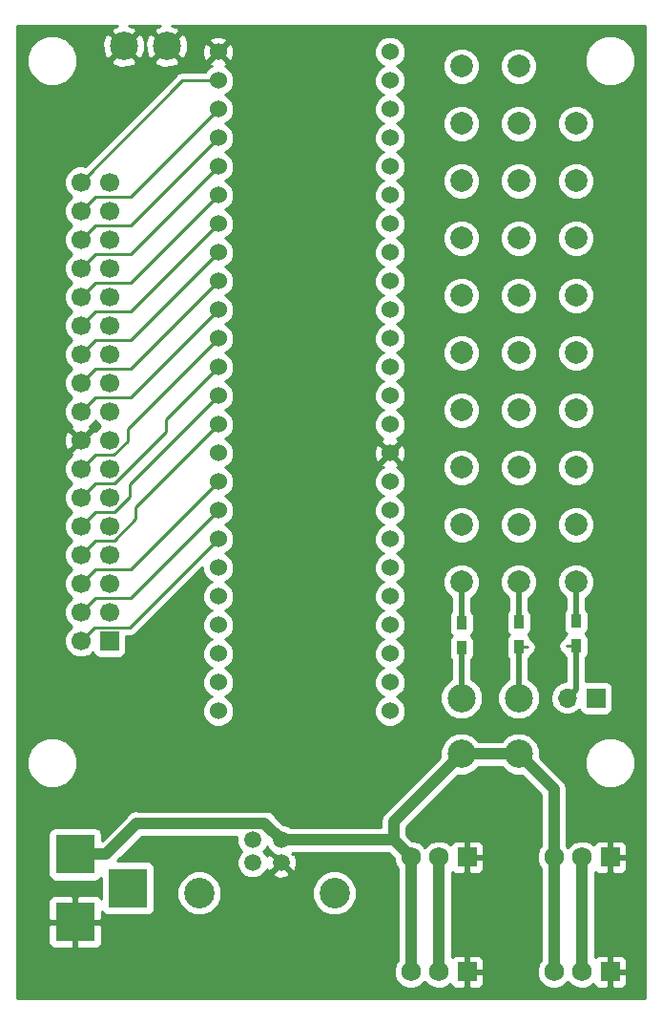
<source format=gbr>
G04 #@! TF.GenerationSoftware,KiCad,Pcbnew,(5.0.2-4-g3082e92af)*
G04 #@! TF.CreationDate,2019-02-05T21:12:24+02:00*
G04 #@! TF.ProjectId,My Piano Controller 6 (Full SMD),4d792050-6961-46e6-9f20-436f6e74726f,rev?*
G04 #@! TF.SameCoordinates,Original*
G04 #@! TF.FileFunction,Copper,L1,Top*
G04 #@! TF.FilePolarity,Positive*
%FSLAX46Y46*%
G04 Gerber Fmt 4.6, Leading zero omitted, Abs format (unit mm)*
G04 Created by KiCad (PCBNEW (5.0.2-4-g3082e92af)) date 2019 February 05, Tuesday 21:12:24*
%MOMM*%
%LPD*%
G01*
G04 APERTURE LIST*
G04 #@! TA.AperFunction,ComponentPad*
%ADD10C,1.998980*%
G04 #@! TD*
G04 #@! TA.AperFunction,ComponentPad*
%ADD11C,1.700000*%
G04 #@! TD*
G04 #@! TA.AperFunction,ComponentPad*
%ADD12R,1.700000X1.700000*%
G04 #@! TD*
G04 #@! TA.AperFunction,ComponentPad*
%ADD13C,1.530000*%
G04 #@! TD*
G04 #@! TA.AperFunction,ComponentPad*
%ADD14C,2.499360*%
G04 #@! TD*
G04 #@! TA.AperFunction,ComponentPad*
%ADD15R,3.500000X3.500000*%
G04 #@! TD*
G04 #@! TA.AperFunction,SMDPad,CuDef*
%ADD16R,0.900000X1.200000*%
G04 #@! TD*
G04 #@! TA.AperFunction,ComponentPad*
%ADD17C,2.700000*%
G04 #@! TD*
G04 #@! TA.AperFunction,ComponentPad*
%ADD18C,1.520000*%
G04 #@! TD*
G04 #@! TA.AperFunction,ComponentPad*
%ADD19C,1.750000*%
G04 #@! TD*
G04 #@! TA.AperFunction,ComponentPad*
%ADD20R,1.750000X1.750000*%
G04 #@! TD*
G04 #@! TA.AperFunction,ComponentPad*
%ADD21O,1.700000X1.700000*%
G04 #@! TD*
G04 #@! TA.AperFunction,Conductor*
%ADD22C,0.250000*%
G04 #@! TD*
G04 #@! TA.AperFunction,Conductor*
%ADD23C,1.000000*%
G04 #@! TD*
G04 #@! TA.AperFunction,Conductor*
%ADD24C,0.500000*%
G04 #@! TD*
G04 #@! TA.AperFunction,Conductor*
%ADD25C,0.254000*%
G04 #@! TD*
G04 APERTURE END LIST*
D10*
G04 #@! TO.P,AGND1,1*
G04 #@! TO.N,Net-(AGND1-Pad1)*
X148082000Y-37338000D03*
G04 #@! TD*
G04 #@! TO.P,AGND2,1*
G04 #@! TO.N,Net-(AGND1-Pad1)*
X153162000Y-37338000D03*
G04 #@! TD*
G04 #@! TO.P,AIN11,1*
G04 #@! TO.N,Net-(AIN11-Pad1)*
X148082000Y-77978000D03*
G04 #@! TD*
G04 #@! TO.P,AIN12,1*
G04 #@! TO.N,Net-(AIN11-Pad1)*
X153162000Y-77978000D03*
G04 #@! TD*
G04 #@! TO.P,AIN13,1*
G04 #@! TO.N,Net-(AIN11-Pad1)*
X158242000Y-77978000D03*
G04 #@! TD*
G04 #@! TO.P,AIN21,1*
G04 #@! TO.N,Net-(AIN21-Pad1)*
X148082000Y-72898000D03*
G04 #@! TD*
G04 #@! TO.P,AIN22,1*
G04 #@! TO.N,Net-(AIN21-Pad1)*
X153162000Y-72898000D03*
G04 #@! TD*
G04 #@! TO.P,AIN23,1*
G04 #@! TO.N,Net-(AIN21-Pad1)*
X158242000Y-72898000D03*
G04 #@! TD*
D11*
G04 #@! TO.P,COMM1,34*
G04 #@! TO.N,/G18*
X114300000Y-47625000D03*
G04 #@! TO.P,COMM1,33*
G04 #@! TO.N,/G9*
X116840000Y-47625000D03*
G04 #@! TO.P,COMM1,32*
G04 #@! TO.N,/G17*
X114300000Y-50165000D03*
G04 #@! TO.P,COMM1,31*
G04 #@! TO.N,/G8*
X116840000Y-50165000D03*
G04 #@! TO.P,COMM1,30*
G04 #@! TO.N,/G16*
X114300000Y-52705000D03*
G04 #@! TO.P,COMM1,29*
G04 #@! TO.N,/G7*
X116840000Y-52705000D03*
G04 #@! TO.P,COMM1,28*
G04 #@! TO.N,/G15*
X114300000Y-55245000D03*
G04 #@! TO.P,COMM1,27*
G04 #@! TO.N,/G6*
X116840000Y-55245000D03*
G04 #@! TO.P,COMM1,26*
G04 #@! TO.N,/G14*
X114300000Y-57785000D03*
G04 #@! TO.P,COMM1,25*
G04 #@! TO.N,/G5*
X116840000Y-57785000D03*
G04 #@! TO.P,COMM1,24*
G04 #@! TO.N,/G13*
X114300000Y-60325000D03*
G04 #@! TO.P,COMM1,23*
G04 #@! TO.N,/G4*
X116840000Y-60325000D03*
G04 #@! TO.P,COMM1,22*
G04 #@! TO.N,/G12*
X114300000Y-62865000D03*
G04 #@! TO.P,COMM1,21*
G04 #@! TO.N,/G3*
X116840000Y-62865000D03*
G04 #@! TO.P,COMM1,20*
G04 #@! TO.N,/G11*
X114300000Y-65405000D03*
G04 #@! TO.P,COMM1,19*
G04 #@! TO.N,/G2*
X116840000Y-65405000D03*
G04 #@! TO.P,COMM1,18*
G04 #@! TO.N,/G10*
X114300000Y-67945000D03*
G04 #@! TO.P,COMM1,17*
G04 #@! TO.N,/G1*
X116840000Y-67945000D03*
G04 #@! TO.P,COMM1,16*
G04 #@! TO.N,GND*
X114300000Y-70485000D03*
G04 #@! TO.P,COMM1,15*
G04 #@! TO.N,/NOTE41*
X116840000Y-70485000D03*
G04 #@! TO.P,COMM1,14*
G04 #@! TO.N,/NOTE43*
X114300000Y-73025000D03*
G04 #@! TO.P,COMM1,13*
G04 #@! TO.N,/NOTE42*
X116840000Y-73025000D03*
G04 #@! TO.P,COMM1,12*
G04 #@! TO.N,/NOTE51*
X114300000Y-75565000D03*
G04 #@! TO.P,COMM1,11*
G04 #@! TO.N,/NOTE22*
X116840000Y-75565000D03*
G04 #@! TO.P,COMM1,10*
G04 #@! TO.N,/NOTE52*
X114300000Y-78105000D03*
G04 #@! TO.P,COMM1,9*
G04 #@! TO.N,/NOTE23*
X116840000Y-78105000D03*
G04 #@! TO.P,COMM1,8*
G04 #@! TO.N,/NOTE53*
X114300000Y-80645000D03*
G04 #@! TO.P,COMM1,7*
G04 #@! TO.N,/NOTE21*
X116840000Y-80645000D03*
G04 #@! TO.P,COMM1,6*
G04 #@! TO.N,/NOTE32*
X114300000Y-83185000D03*
G04 #@! TO.P,COMM1,5*
G04 #@! TO.N,/NOTE13*
X116840000Y-83185000D03*
G04 #@! TO.P,COMM1,4*
G04 #@! TO.N,/NOTE31*
X114300000Y-85725000D03*
G04 #@! TO.P,COMM1,3*
G04 #@! TO.N,/NOTE12*
X116840000Y-85725000D03*
G04 #@! TO.P,COMM1,2*
G04 #@! TO.N,/NOTE33*
X114300000Y-88265000D03*
D12*
G04 #@! TO.P,COMM1,1*
G04 #@! TO.N,/NOTE11*
X116840000Y-88265000D03*
G04 #@! TD*
D13*
G04 #@! TO.P,CTL1,GND_1*
G04 #@! TO.N,GND*
X126492000Y-36068000D03*
G04 #@! TO.P,CTL1,0*
G04 #@! TO.N,/G18*
X126492000Y-38608000D03*
G04 #@! TO.P,CTL1,1*
G04 #@! TO.N,/G17*
X126492000Y-41148000D03*
G04 #@! TO.P,CTL1,2*
G04 #@! TO.N,/G16*
X126492000Y-43688000D03*
G04 #@! TO.P,CTL1,3*
G04 #@! TO.N,/G15*
X126492000Y-46228000D03*
G04 #@! TO.P,CTL1,4*
G04 #@! TO.N,/G14*
X126492000Y-48768000D03*
G04 #@! TO.P,CTL1,5*
G04 #@! TO.N,/G13*
X126492000Y-51308000D03*
G04 #@! TO.P,CTL1,6*
G04 #@! TO.N,/G12*
X126492000Y-53848000D03*
G04 #@! TO.P,CTL1,7*
G04 #@! TO.N,/G11*
X126492000Y-56388000D03*
G04 #@! TO.P,CTL1,8*
G04 #@! TO.N,/G10*
X126492000Y-58928000D03*
G04 #@! TO.P,CTL1,9*
G04 #@! TO.N,/NOTE43*
X126492000Y-61468000D03*
G04 #@! TO.P,CTL1,10*
G04 #@! TO.N,/NOTE51*
X126492000Y-64008000D03*
G04 #@! TO.P,CTL1,11*
G04 #@! TO.N,/NOTE52*
X126492000Y-66548000D03*
G04 #@! TO.P,CTL1,12*
G04 #@! TO.N,/NOTE53*
X126492000Y-69088000D03*
G04 #@! TO.P,CTL1,3V3_1*
G04 #@! TO.N,Net-(CTL1-Pad3V3_1)*
X126492000Y-71628000D03*
G04 #@! TO.P,CTL1,24*
G04 #@! TO.N,/NOTE32*
X126492000Y-74168000D03*
G04 #@! TO.P,CTL1,13*
G04 #@! TO.N,Net-(CTL1-Pad13)*
X141732000Y-69088000D03*
G04 #@! TO.P,CTL1,14*
G04 #@! TO.N,/G6*
X141732000Y-66548000D03*
G04 #@! TO.P,CTL1,15*
G04 #@! TO.N,/G7*
X141732000Y-64008000D03*
G04 #@! TO.P,CTL1,16*
G04 #@! TO.N,/G8*
X141732000Y-61468000D03*
G04 #@! TO.P,CTL1,17*
G04 #@! TO.N,/G9*
X141732000Y-58928000D03*
G04 #@! TO.P,CTL1,18*
G04 #@! TO.N,Net-(CTL1-Pad18)*
X141732000Y-56388000D03*
G04 #@! TO.P,CTL1,19*
G04 #@! TO.N,Net-(CTL1-Pad19)*
X141732000Y-53848000D03*
G04 #@! TO.P,CTL1,20*
G04 #@! TO.N,Net-(CTL1-Pad20)*
X141732000Y-51308000D03*
G04 #@! TO.P,CTL1,21*
G04 #@! TO.N,Net-(CTL1-Pad21)*
X141732000Y-48768000D03*
G04 #@! TO.P,CTL1,22*
G04 #@! TO.N,Net-(CTL1-Pad22)*
X141732000Y-46228000D03*
G04 #@! TO.P,CTL1,23*
G04 #@! TO.N,Net-(CTL1-Pad23)*
X141732000Y-43688000D03*
G04 #@! TO.P,CTL1,3V3_2*
G04 #@! TO.N,Net-(CTL1-Pad3V3_2)*
X141732000Y-41148000D03*
G04 #@! TO.P,CTL1,AGND*
G04 #@! TO.N,Net-(AGND1-Pad1)*
X141732000Y-38608000D03*
G04 #@! TO.P,CTL1,VIN*
G04 #@! TO.N,Net-(CTL1-PadVIN)*
X141732000Y-36068000D03*
G04 #@! TO.P,CTL1,25*
G04 #@! TO.N,/NOTE31*
X126492000Y-76708000D03*
G04 #@! TO.P,CTL1,26*
G04 #@! TO.N,/NOTE33*
X126492000Y-79248000D03*
G04 #@! TO.P,CTL1,27*
G04 #@! TO.N,/NOTE22*
X126492000Y-81788000D03*
G04 #@! TO.P,CTL1,28*
G04 #@! TO.N,/NOTE23*
X126492000Y-84328000D03*
G04 #@! TO.P,CTL1,29*
G04 #@! TO.N,/NOTE21*
X126492000Y-86868000D03*
G04 #@! TO.P,CTL1,30*
G04 #@! TO.N,/NOTE13*
X126492000Y-89408000D03*
G04 #@! TO.P,CTL1,31*
G04 #@! TO.N,/NOTE12*
X126492000Y-91948000D03*
G04 #@! TO.P,CTL1,32*
G04 #@! TO.N,/NOTE11*
X126492000Y-94488000D03*
G04 #@! TO.P,CTL1,GND_2*
G04 #@! TO.N,GND*
X141732000Y-71628000D03*
G04 #@! TO.P,CTL1,A22*
G04 #@! TO.N,Net-(AIN21-Pad1)*
X141732000Y-74168000D03*
G04 #@! TO.P,CTL1,A21*
G04 #@! TO.N,Net-(AIN11-Pad1)*
X141732000Y-76708000D03*
G04 #@! TO.P,CTL1,33*
G04 #@! TO.N,/NOTE42*
X141732000Y-94488000D03*
G04 #@! TO.P,CTL1,34*
G04 #@! TO.N,/NOTE41*
X141732000Y-91948000D03*
G04 #@! TO.P,CTL1,35*
G04 #@! TO.N,/G1*
X141732000Y-89408000D03*
G04 #@! TO.P,CTL1,36*
G04 #@! TO.N,/G2*
X141732000Y-86868000D03*
G04 #@! TO.P,CTL1,37*
G04 #@! TO.N,/G3*
X141732000Y-84328000D03*
G04 #@! TO.P,CTL1,38*
G04 #@! TO.N,/G4*
X141732000Y-81788000D03*
G04 #@! TO.P,CTL1,39*
G04 #@! TO.N,/G5*
X141732000Y-79248000D03*
G04 #@! TD*
D14*
G04 #@! TO.P,GN1,1*
G04 #@! TO.N,GND*
X121920000Y-35560000D03*
G04 #@! TD*
G04 #@! TO.P,GN2,1*
G04 #@! TO.N,GND*
X118110000Y-35560000D03*
G04 #@! TD*
D10*
G04 #@! TO.P,IN181,1*
G04 #@! TO.N,Net-(CTL1-Pad18)*
X148082000Y-67818000D03*
G04 #@! TD*
G04 #@! TO.P,IN182,1*
G04 #@! TO.N,Net-(CTL1-Pad18)*
X153162000Y-67818000D03*
G04 #@! TD*
G04 #@! TO.P,IN183,1*
G04 #@! TO.N,Net-(CTL1-Pad18)*
X158242000Y-67818000D03*
G04 #@! TD*
G04 #@! TO.P,IN191,1*
G04 #@! TO.N,Net-(CTL1-Pad19)*
X148082000Y-62738000D03*
G04 #@! TD*
G04 #@! TO.P,IN192,1*
G04 #@! TO.N,Net-(CTL1-Pad19)*
X153162000Y-62738000D03*
G04 #@! TD*
G04 #@! TO.P,IN193,1*
G04 #@! TO.N,Net-(CTL1-Pad19)*
X158242000Y-62738000D03*
G04 #@! TD*
G04 #@! TO.P,IN201,1*
G04 #@! TO.N,Net-(CTL1-Pad20)*
X148082000Y-57658000D03*
G04 #@! TD*
G04 #@! TO.P,IN202,1*
G04 #@! TO.N,Net-(CTL1-Pad20)*
X158242000Y-57658000D03*
G04 #@! TD*
G04 #@! TO.P,IN203,1*
G04 #@! TO.N,Net-(CTL1-Pad20)*
X153162000Y-57658000D03*
G04 #@! TD*
G04 #@! TO.P,IN211,1*
G04 #@! TO.N,Net-(CTL1-Pad21)*
X148082000Y-52578000D03*
G04 #@! TD*
G04 #@! TO.P,IN212,1*
G04 #@! TO.N,Net-(CTL1-Pad21)*
X153162000Y-52578000D03*
G04 #@! TD*
G04 #@! TO.P,IN213,1*
G04 #@! TO.N,Net-(CTL1-Pad21)*
X158242000Y-52578000D03*
G04 #@! TD*
G04 #@! TO.P,IN221,1*
G04 #@! TO.N,Net-(CTL1-Pad22)*
X148082000Y-47498000D03*
G04 #@! TD*
G04 #@! TO.P,IN222,1*
G04 #@! TO.N,Net-(CTL1-Pad22)*
X153162000Y-47498000D03*
G04 #@! TD*
G04 #@! TO.P,IN223,1*
G04 #@! TO.N,Net-(CTL1-Pad22)*
X158242000Y-47498000D03*
G04 #@! TD*
G04 #@! TO.P,IN231,1*
G04 #@! TO.N,Net-(CTL1-Pad23)*
X148082000Y-42418000D03*
G04 #@! TD*
G04 #@! TO.P,IN232,1*
G04 #@! TO.N,Net-(CTL1-Pad23)*
X153162000Y-42418000D03*
G04 #@! TD*
G04 #@! TO.P,IN233,1*
G04 #@! TO.N,Net-(CTL1-Pad23)*
X158242000Y-42418000D03*
G04 #@! TD*
D15*
G04 #@! TO.P,J11,3*
G04 #@! TO.N,N/C*
X118492000Y-110188000D03*
G04 #@! TO.P,J11,2*
G04 #@! TO.N,GND*
X113792000Y-113188000D03*
G04 #@! TO.P,J11,1*
G04 #@! TO.N,+5V*
X113792000Y-107188000D03*
G04 #@! TD*
D16*
G04 #@! TO.P,R1,1*
G04 #@! TO.N,+3V3*
X158242000Y-88730000D03*
G04 #@! TO.P,R1,2*
G04 #@! TO.N,Net-(R1-Pad2)*
X158242000Y-86530000D03*
G04 #@! TD*
G04 #@! TO.P,R2,2*
G04 #@! TO.N,Net-(R2-Pad2)*
X148082000Y-86700000D03*
G04 #@! TO.P,R2,1*
G04 #@! TO.N,+3V3*
X148082000Y-88900000D03*
G04 #@! TD*
G04 #@! TO.P,R3,2*
G04 #@! TO.N,Net-(R3-Pad2)*
X153162000Y-86614000D03*
G04 #@! TO.P,R3,1*
G04 #@! TO.N,+3V3*
X153162000Y-88814000D03*
G04 #@! TD*
D17*
G04 #@! TO.P,USB1,5*
G04 #@! TO.N,Net-(USB1-Pad5)*
X136810000Y-110618000D03*
X124810000Y-110618000D03*
D18*
G04 #@! TO.P,USB1,3*
G04 #@! TO.N,Net-(USB1-Pad3)*
X129540000Y-107918000D03*
G04 #@! TO.P,USB1,4*
G04 #@! TO.N,GND*
X132080000Y-107918000D03*
G04 #@! TO.P,USB1,1*
G04 #@! TO.N,+5V*
X132080000Y-105918000D03*
G04 #@! TO.P,USB1,2*
G04 #@! TO.N,Net-(USB1-Pad2)*
X129540000Y-105918000D03*
G04 #@! TD*
D14*
G04 #@! TO.P,VOUT51,1*
G04 #@! TO.N,+5V*
X148082000Y-98298000D03*
G04 #@! TD*
G04 #@! TO.P,VOUT52,1*
G04 #@! TO.N,+5V*
X153162000Y-98298000D03*
G04 #@! TD*
G04 #@! TO.P,VOUT331,1*
G04 #@! TO.N,+3V3*
X148082000Y-93345000D03*
G04 #@! TD*
G04 #@! TO.P,VOUT332,1*
G04 #@! TO.N,+3V3*
X153162000Y-93345000D03*
G04 #@! TD*
D10*
G04 #@! TO.P,VOUT337,1*
G04 #@! TO.N,Net-(R1-Pad2)*
X158242000Y-83058000D03*
G04 #@! TD*
G04 #@! TO.P,VOUT338,1*
G04 #@! TO.N,Net-(R2-Pad2)*
X148082000Y-83058000D03*
G04 #@! TD*
G04 #@! TO.P,VOUT339,1*
G04 #@! TO.N,Net-(R3-Pad2)*
X153162000Y-83058000D03*
G04 #@! TD*
D19*
G04 #@! TO.P,PWR1,3*
G04 #@! TO.N,+5V*
X143590000Y-107442000D03*
G04 #@! TO.P,PWR1,2*
G04 #@! TO.N,+3V3*
X146090000Y-107442000D03*
D20*
G04 #@! TO.P,PWR1,1*
G04 #@! TO.N,GND*
X148590000Y-107442000D03*
G04 #@! TD*
G04 #@! TO.P,PWR2,1*
G04 #@! TO.N,GND*
X148590000Y-117602000D03*
D19*
G04 #@! TO.P,PWR2,2*
G04 #@! TO.N,+3V3*
X146090000Y-117602000D03*
G04 #@! TO.P,PWR2,3*
G04 #@! TO.N,+5V*
X143590000Y-117602000D03*
G04 #@! TD*
G04 #@! TO.P,PWR3,3*
G04 #@! TO.N,+5V*
X156290000Y-107442000D03*
G04 #@! TO.P,PWR3,2*
G04 #@! TO.N,+3V3*
X158790000Y-107442000D03*
D20*
G04 #@! TO.P,PWR3,1*
G04 #@! TO.N,GND*
X161290000Y-107442000D03*
G04 #@! TD*
G04 #@! TO.P,PWR4,1*
G04 #@! TO.N,GND*
X161290000Y-117602000D03*
D19*
G04 #@! TO.P,PWR4,2*
G04 #@! TO.N,+3V3*
X158790000Y-117602000D03*
G04 #@! TO.P,PWR4,3*
G04 #@! TO.N,+5V*
X156290000Y-117602000D03*
G04 #@! TD*
D21*
G04 #@! TO.P,JP1,2*
G04 #@! TO.N,+3V3*
X157480000Y-93345000D03*
D12*
G04 #@! TO.P,JP1,1*
G04 #@! TO.N,Net-(CTL1-Pad3V3_2)*
X160020000Y-93345000D03*
G04 #@! TD*
D22*
G04 #@! TO.N,/G18*
X126492000Y-38608000D02*
X123317000Y-38608000D01*
X123317000Y-38608000D02*
X114300000Y-47625000D01*
G04 #@! TO.N,/G17*
X126492000Y-41148000D02*
X118745000Y-48895000D01*
X118745000Y-48895000D02*
X115570000Y-48895000D01*
X115570000Y-48895000D02*
X114300000Y-50165000D01*
G04 #@! TO.N,/G16*
X126492000Y-43688000D02*
X118745000Y-51435000D01*
X118745000Y-51435000D02*
X115570000Y-51435000D01*
X115570000Y-51435000D02*
X114300000Y-52705000D01*
G04 #@! TO.N,/G15*
X114300000Y-55245000D02*
X115570000Y-53975000D01*
X115570000Y-53975000D02*
X118745000Y-53975000D01*
X118745000Y-53975000D02*
X126492000Y-46228000D01*
G04 #@! TO.N,/G14*
X126492000Y-48768000D02*
X118745000Y-56515000D01*
X118745000Y-56515000D02*
X115570000Y-56515000D01*
X115570000Y-56515000D02*
X114300000Y-57785000D01*
G04 #@! TO.N,/G13*
X126492000Y-51308000D02*
X118745000Y-59055000D01*
X118745000Y-59055000D02*
X115570000Y-59055000D01*
X115570000Y-59055000D02*
X114300000Y-60325000D01*
G04 #@! TO.N,/G12*
X126492000Y-53848000D02*
X118745000Y-61595000D01*
X118745000Y-61595000D02*
X115570000Y-61595000D01*
X115570000Y-61595000D02*
X114300000Y-62865000D01*
G04 #@! TO.N,/G11*
X126492000Y-56388000D02*
X118745000Y-64135000D01*
X118745000Y-64135000D02*
X115570000Y-64135000D01*
X115570000Y-64135000D02*
X114300000Y-65405000D01*
G04 #@! TO.N,/G10*
X114300000Y-67945000D02*
X115570000Y-66675000D01*
X115570000Y-66675000D02*
X118745000Y-66675000D01*
X118745000Y-66675000D02*
X126492000Y-58928000D01*
G04 #@! TO.N,/NOTE43*
X126492000Y-61468000D02*
X118442900Y-69517100D01*
X118442900Y-69517100D02*
X118442900Y-70557300D01*
X118442900Y-70557300D02*
X117245200Y-71755000D01*
X117245200Y-71755000D02*
X115570000Y-71755000D01*
X115570000Y-71755000D02*
X114300000Y-73025000D01*
G04 #@! TO.N,/NOTE51*
X126492000Y-64008000D02*
X121867900Y-68632100D01*
X121867900Y-68632100D02*
X121867900Y-69726900D01*
X121867900Y-69726900D02*
X117299800Y-74295000D01*
X117299800Y-74295000D02*
X115570000Y-74295000D01*
X115570000Y-74295000D02*
X114300000Y-75565000D01*
G04 #@! TO.N,/NOTE52*
X126492000Y-66548000D02*
X118620500Y-74419500D01*
X118620500Y-74419500D02*
X118620500Y-75526300D01*
X118620500Y-75526300D02*
X117311800Y-76835000D01*
X117311800Y-76835000D02*
X115570000Y-76835000D01*
X115570000Y-76835000D02*
X114300000Y-78105000D01*
G04 #@! TO.N,/NOTE53*
X126492000Y-69088000D02*
X119165500Y-76414500D01*
X119165500Y-76414500D02*
X119165500Y-77478300D01*
X119165500Y-77478300D02*
X117268800Y-79375000D01*
X117268800Y-79375000D02*
X115570000Y-79375000D01*
X115570000Y-79375000D02*
X114300000Y-80645000D01*
G04 #@! TO.N,/NOTE32*
X126492000Y-74168000D02*
X118745000Y-81915000D01*
X118745000Y-81915000D02*
X115570000Y-81915000D01*
X115570000Y-81915000D02*
X114300000Y-83185000D01*
G04 #@! TO.N,/NOTE31*
X126492000Y-76708000D02*
X118745000Y-84455000D01*
X118745000Y-84455000D02*
X115570000Y-84455000D01*
X115570000Y-84455000D02*
X114300000Y-85725000D01*
G04 #@! TO.N,/NOTE33*
X126492000Y-79248000D02*
X118650400Y-87089600D01*
X118650400Y-87089600D02*
X115475400Y-87089600D01*
X115475400Y-87089600D02*
X114300000Y-88265000D01*
G04 #@! TO.N,+3V3*
X153162000Y-88814000D02*
X153937300Y-88814000D01*
X158242000Y-88730000D02*
X157466700Y-88730000D01*
X148357100Y-93345000D02*
X148082000Y-93069900D01*
D23*
X148082000Y-93345000D02*
X148357100Y-93345000D01*
X158790000Y-107442000D02*
X158790000Y-117602000D01*
X146090000Y-107442000D02*
X146090000Y-117602000D01*
D24*
X148082000Y-93345000D02*
X148082000Y-88900000D01*
X153162000Y-93345000D02*
X153162000Y-88814000D01*
X158242000Y-92583000D02*
X157480000Y-93345000D01*
X158242000Y-88730000D02*
X158242000Y-92583000D01*
D23*
G04 #@! TO.N,+5V*
X148082000Y-98298000D02*
X153162000Y-98298000D01*
X156290000Y-107442000D02*
X156290000Y-117602000D01*
X143590000Y-107442000D02*
X143590000Y-117602000D01*
X113792000Y-107188000D02*
X116542000Y-107188000D01*
X116542000Y-107188000D02*
X119272000Y-104458000D01*
X119272000Y-104458000D02*
X130620000Y-104458000D01*
X130620000Y-104458000D02*
X132080000Y-105918000D01*
X142066000Y-105918000D02*
X143590000Y-107442000D01*
X132080000Y-105918000D02*
X142066000Y-105918000D01*
X142066000Y-104314000D02*
X148082000Y-98298000D01*
X142066000Y-105918000D02*
X142066000Y-104314000D01*
X156290000Y-101426000D02*
X156290000Y-107442000D01*
X153162000Y-98298000D02*
X156290000Y-101426000D01*
D24*
G04 #@! TO.N,Net-(R1-Pad2)*
X158242000Y-83058000D02*
X158242000Y-86530000D01*
G04 #@! TO.N,Net-(R2-Pad2)*
X148082000Y-83058000D02*
X148082000Y-86700000D01*
G04 #@! TO.N,Net-(R3-Pad2)*
X153162000Y-83058000D02*
X153162000Y-86614000D01*
G04 #@! TD*
D25*
G04 #@! TO.N,GND*
G36*
X117085725Y-33934141D02*
X116956517Y-34226911D01*
X118110000Y-35380395D01*
X119263483Y-34226911D01*
X119134275Y-33934141D01*
X118601372Y-33730000D01*
X121388565Y-33730000D01*
X120895725Y-33934141D01*
X120766517Y-34226911D01*
X121920000Y-35380395D01*
X123073483Y-34226911D01*
X122944275Y-33934141D01*
X122411372Y-33730000D01*
X164390000Y-33730000D01*
X164390001Y-119940000D01*
X108660000Y-119940000D01*
X108660000Y-113473750D01*
X111407000Y-113473750D01*
X111407000Y-115064309D01*
X111503673Y-115297698D01*
X111682301Y-115476327D01*
X111915690Y-115573000D01*
X113506250Y-115573000D01*
X113665000Y-115414250D01*
X113665000Y-113315000D01*
X113919000Y-113315000D01*
X113919000Y-115414250D01*
X114077750Y-115573000D01*
X115668310Y-115573000D01*
X115901699Y-115476327D01*
X116080327Y-115297698D01*
X116177000Y-115064309D01*
X116177000Y-113473750D01*
X116018250Y-113315000D01*
X113919000Y-113315000D01*
X113665000Y-113315000D01*
X111565750Y-113315000D01*
X111407000Y-113473750D01*
X108660000Y-113473750D01*
X108660000Y-111311691D01*
X111407000Y-111311691D01*
X111407000Y-112902250D01*
X111565750Y-113061000D01*
X113665000Y-113061000D01*
X113665000Y-110961750D01*
X113506250Y-110803000D01*
X111915690Y-110803000D01*
X111682301Y-110899673D01*
X111503673Y-111078302D01*
X111407000Y-111311691D01*
X108660000Y-111311691D01*
X108660000Y-105438000D01*
X111394560Y-105438000D01*
X111394560Y-108938000D01*
X111443843Y-109185765D01*
X111584191Y-109395809D01*
X111794235Y-109536157D01*
X112042000Y-109585440D01*
X115542000Y-109585440D01*
X115789765Y-109536157D01*
X115999809Y-109395809D01*
X116094560Y-109254005D01*
X116094560Y-111112663D01*
X116080327Y-111078302D01*
X115901699Y-110899673D01*
X115668310Y-110803000D01*
X114077750Y-110803000D01*
X113919000Y-110961750D01*
X113919000Y-113061000D01*
X116018250Y-113061000D01*
X116177000Y-112902250D01*
X116177000Y-112235388D01*
X116284191Y-112395809D01*
X116494235Y-112536157D01*
X116742000Y-112585440D01*
X120242000Y-112585440D01*
X120489765Y-112536157D01*
X120699809Y-112395809D01*
X120840157Y-112185765D01*
X120889440Y-111938000D01*
X120889440Y-110223159D01*
X122825000Y-110223159D01*
X122825000Y-111012841D01*
X123127199Y-111742412D01*
X123685588Y-112300801D01*
X124415159Y-112603000D01*
X125204841Y-112603000D01*
X125934412Y-112300801D01*
X126492801Y-111742412D01*
X126795000Y-111012841D01*
X126795000Y-110223159D01*
X134825000Y-110223159D01*
X134825000Y-111012841D01*
X135127199Y-111742412D01*
X135685588Y-112300801D01*
X136415159Y-112603000D01*
X137204841Y-112603000D01*
X137934412Y-112300801D01*
X138492801Y-111742412D01*
X138795000Y-111012841D01*
X138795000Y-110223159D01*
X138492801Y-109493588D01*
X137934412Y-108935199D01*
X137204841Y-108633000D01*
X136415159Y-108633000D01*
X135685588Y-108935199D01*
X135127199Y-109493588D01*
X134825000Y-110223159D01*
X126795000Y-110223159D01*
X126492801Y-109493588D01*
X125934412Y-108935199D01*
X125204841Y-108633000D01*
X124415159Y-108633000D01*
X123685588Y-108935199D01*
X123127199Y-109493588D01*
X122825000Y-110223159D01*
X120889440Y-110223159D01*
X120889440Y-108438000D01*
X120840157Y-108190235D01*
X120699809Y-107980191D01*
X120489765Y-107839843D01*
X120242000Y-107790560D01*
X117544571Y-107790560D01*
X119742132Y-105593000D01*
X128164682Y-105593000D01*
X128145000Y-105640517D01*
X128145000Y-106195483D01*
X128357376Y-106708204D01*
X128567172Y-106918000D01*
X128357376Y-107127796D01*
X128145000Y-107640517D01*
X128145000Y-108195483D01*
X128357376Y-108708204D01*
X128749796Y-109100624D01*
X129262517Y-109313000D01*
X129817483Y-109313000D01*
X130330204Y-109100624D01*
X130534064Y-108896764D01*
X131280841Y-108896764D01*
X131350059Y-109138742D01*
X131872780Y-109325155D01*
X132427049Y-109297341D01*
X132809941Y-109138742D01*
X132879159Y-108896764D01*
X132080000Y-108097605D01*
X131280841Y-108896764D01*
X130534064Y-108896764D01*
X130722624Y-108708204D01*
X130803422Y-108513141D01*
X130859258Y-108647941D01*
X131101236Y-108717159D01*
X131900395Y-107918000D01*
X131101236Y-107118841D01*
X130859258Y-107188059D01*
X130807594Y-107332931D01*
X130722624Y-107127796D01*
X130512828Y-106918000D01*
X130722624Y-106708204D01*
X130810000Y-106497260D01*
X130897376Y-106708204D01*
X131289796Y-107100624D01*
X131550015Y-107208410D01*
X132080000Y-107738395D01*
X132094143Y-107724253D01*
X132273748Y-107903858D01*
X132259605Y-107918000D01*
X133058764Y-108717159D01*
X133300742Y-108647941D01*
X133487155Y-108125220D01*
X133459341Y-107570951D01*
X133300742Y-107188059D01*
X133058766Y-107118842D01*
X133124608Y-107053000D01*
X141595869Y-107053000D01*
X142080000Y-107537132D01*
X142080000Y-107742358D01*
X142309884Y-108297346D01*
X142455000Y-108442462D01*
X142455001Y-116601537D01*
X142309884Y-116746654D01*
X142080000Y-117301642D01*
X142080000Y-117902358D01*
X142309884Y-118457346D01*
X142734654Y-118882116D01*
X143289642Y-119112000D01*
X143890358Y-119112000D01*
X144445346Y-118882116D01*
X144840000Y-118487462D01*
X145234654Y-118882116D01*
X145789642Y-119112000D01*
X146390358Y-119112000D01*
X146945346Y-118882116D01*
X147122221Y-118705241D01*
X147176673Y-118836699D01*
X147355302Y-119015327D01*
X147588691Y-119112000D01*
X148304250Y-119112000D01*
X148463000Y-118953250D01*
X148463000Y-117729000D01*
X148717000Y-117729000D01*
X148717000Y-118953250D01*
X148875750Y-119112000D01*
X149591309Y-119112000D01*
X149824698Y-119015327D01*
X150003327Y-118836699D01*
X150100000Y-118603310D01*
X150100000Y-117887750D01*
X149941250Y-117729000D01*
X148717000Y-117729000D01*
X148463000Y-117729000D01*
X148443000Y-117729000D01*
X148443000Y-117475000D01*
X148463000Y-117475000D01*
X148463000Y-116250750D01*
X148717000Y-116250750D01*
X148717000Y-117475000D01*
X149941250Y-117475000D01*
X150100000Y-117316250D01*
X150100000Y-116600690D01*
X150003327Y-116367301D01*
X149824698Y-116188673D01*
X149591309Y-116092000D01*
X148875750Y-116092000D01*
X148717000Y-116250750D01*
X148463000Y-116250750D01*
X148304250Y-116092000D01*
X147588691Y-116092000D01*
X147355302Y-116188673D01*
X147225000Y-116318974D01*
X147225000Y-108725026D01*
X147355302Y-108855327D01*
X147588691Y-108952000D01*
X148304250Y-108952000D01*
X148463000Y-108793250D01*
X148463000Y-107569000D01*
X148717000Y-107569000D01*
X148717000Y-108793250D01*
X148875750Y-108952000D01*
X149591309Y-108952000D01*
X149824698Y-108855327D01*
X150003327Y-108676699D01*
X150100000Y-108443310D01*
X150100000Y-107727750D01*
X149941250Y-107569000D01*
X148717000Y-107569000D01*
X148463000Y-107569000D01*
X148443000Y-107569000D01*
X148443000Y-107315000D01*
X148463000Y-107315000D01*
X148463000Y-106090750D01*
X148717000Y-106090750D01*
X148717000Y-107315000D01*
X149941250Y-107315000D01*
X150100000Y-107156250D01*
X150100000Y-106440690D01*
X150003327Y-106207301D01*
X149824698Y-106028673D01*
X149591309Y-105932000D01*
X148875750Y-105932000D01*
X148717000Y-106090750D01*
X148463000Y-106090750D01*
X148304250Y-105932000D01*
X147588691Y-105932000D01*
X147355302Y-106028673D01*
X147176673Y-106207301D01*
X147122221Y-106338759D01*
X146945346Y-106161884D01*
X146390358Y-105932000D01*
X145789642Y-105932000D01*
X145234654Y-106161884D01*
X144840000Y-106556538D01*
X144445346Y-106161884D01*
X143890358Y-105932000D01*
X143685132Y-105932000D01*
X143201000Y-105447869D01*
X143201000Y-104784131D01*
X147802452Y-100182680D01*
X148456886Y-100182680D01*
X149149585Y-99895755D01*
X149612340Y-99433000D01*
X151631660Y-99433000D01*
X152094415Y-99895755D01*
X152787114Y-100182680D01*
X153441549Y-100182680D01*
X155155000Y-101896132D01*
X155155001Y-106441537D01*
X155009884Y-106586654D01*
X154780000Y-107141642D01*
X154780000Y-107742358D01*
X155009884Y-108297346D01*
X155155000Y-108442462D01*
X155155001Y-116601537D01*
X155009884Y-116746654D01*
X154780000Y-117301642D01*
X154780000Y-117902358D01*
X155009884Y-118457346D01*
X155434654Y-118882116D01*
X155989642Y-119112000D01*
X156590358Y-119112000D01*
X157145346Y-118882116D01*
X157540000Y-118487462D01*
X157934654Y-118882116D01*
X158489642Y-119112000D01*
X159090358Y-119112000D01*
X159645346Y-118882116D01*
X159822221Y-118705241D01*
X159876673Y-118836699D01*
X160055302Y-119015327D01*
X160288691Y-119112000D01*
X161004250Y-119112000D01*
X161163000Y-118953250D01*
X161163000Y-117729000D01*
X161417000Y-117729000D01*
X161417000Y-118953250D01*
X161575750Y-119112000D01*
X162291309Y-119112000D01*
X162524698Y-119015327D01*
X162703327Y-118836699D01*
X162800000Y-118603310D01*
X162800000Y-117887750D01*
X162641250Y-117729000D01*
X161417000Y-117729000D01*
X161163000Y-117729000D01*
X161143000Y-117729000D01*
X161143000Y-117475000D01*
X161163000Y-117475000D01*
X161163000Y-116250750D01*
X161417000Y-116250750D01*
X161417000Y-117475000D01*
X162641250Y-117475000D01*
X162800000Y-117316250D01*
X162800000Y-116600690D01*
X162703327Y-116367301D01*
X162524698Y-116188673D01*
X162291309Y-116092000D01*
X161575750Y-116092000D01*
X161417000Y-116250750D01*
X161163000Y-116250750D01*
X161004250Y-116092000D01*
X160288691Y-116092000D01*
X160055302Y-116188673D01*
X159925000Y-116318974D01*
X159925000Y-108725026D01*
X160055302Y-108855327D01*
X160288691Y-108952000D01*
X161004250Y-108952000D01*
X161163000Y-108793250D01*
X161163000Y-107569000D01*
X161417000Y-107569000D01*
X161417000Y-108793250D01*
X161575750Y-108952000D01*
X162291309Y-108952000D01*
X162524698Y-108855327D01*
X162703327Y-108676699D01*
X162800000Y-108443310D01*
X162800000Y-107727750D01*
X162641250Y-107569000D01*
X161417000Y-107569000D01*
X161163000Y-107569000D01*
X161143000Y-107569000D01*
X161143000Y-107315000D01*
X161163000Y-107315000D01*
X161163000Y-106090750D01*
X161417000Y-106090750D01*
X161417000Y-107315000D01*
X162641250Y-107315000D01*
X162800000Y-107156250D01*
X162800000Y-106440690D01*
X162703327Y-106207301D01*
X162524698Y-106028673D01*
X162291309Y-105932000D01*
X161575750Y-105932000D01*
X161417000Y-106090750D01*
X161163000Y-106090750D01*
X161004250Y-105932000D01*
X160288691Y-105932000D01*
X160055302Y-106028673D01*
X159876673Y-106207301D01*
X159822221Y-106338759D01*
X159645346Y-106161884D01*
X159090358Y-105932000D01*
X158489642Y-105932000D01*
X157934654Y-106161884D01*
X157540000Y-106556538D01*
X157425000Y-106441538D01*
X157425000Y-101537782D01*
X157447235Y-101425999D01*
X157359146Y-100983145D01*
X157340167Y-100954741D01*
X157108289Y-100607711D01*
X157013521Y-100544390D01*
X155084562Y-98615431D01*
X159055000Y-98615431D01*
X159055000Y-99504569D01*
X159395259Y-100326026D01*
X160023974Y-100954741D01*
X160845431Y-101295000D01*
X161734569Y-101295000D01*
X162556026Y-100954741D01*
X163184741Y-100326026D01*
X163525000Y-99504569D01*
X163525000Y-98615431D01*
X163184741Y-97793974D01*
X162556026Y-97165259D01*
X161734569Y-96825000D01*
X160845431Y-96825000D01*
X160023974Y-97165259D01*
X159395259Y-97793974D01*
X159055000Y-98615431D01*
X155084562Y-98615431D01*
X155046680Y-98577549D01*
X155046680Y-97923114D01*
X154759755Y-97230415D01*
X154229585Y-96700245D01*
X153536886Y-96413320D01*
X152787114Y-96413320D01*
X152094415Y-96700245D01*
X151631660Y-97163000D01*
X149612340Y-97163000D01*
X149149585Y-96700245D01*
X148456886Y-96413320D01*
X147707114Y-96413320D01*
X147014415Y-96700245D01*
X146484245Y-97230415D01*
X146197320Y-97923114D01*
X146197320Y-98577548D01*
X141342480Y-103432389D01*
X141247712Y-103495711D01*
X141151494Y-103639712D01*
X140996854Y-103871146D01*
X140908765Y-104314000D01*
X140931000Y-104425783D01*
X140931000Y-104783000D01*
X132917828Y-104783000D01*
X132870204Y-104735376D01*
X132357483Y-104523000D01*
X132290132Y-104523000D01*
X131501613Y-103734482D01*
X131438289Y-103639711D01*
X131062855Y-103388854D01*
X130731783Y-103323000D01*
X130620000Y-103300765D01*
X130508217Y-103323000D01*
X119383782Y-103323000D01*
X119271999Y-103300765D01*
X118829145Y-103388854D01*
X118453711Y-103639711D01*
X118390389Y-103734479D01*
X116189440Y-105935429D01*
X116189440Y-105438000D01*
X116140157Y-105190235D01*
X115999809Y-104980191D01*
X115789765Y-104839843D01*
X115542000Y-104790560D01*
X112042000Y-104790560D01*
X111794235Y-104839843D01*
X111584191Y-104980191D01*
X111443843Y-105190235D01*
X111394560Y-105438000D01*
X108660000Y-105438000D01*
X108660000Y-98615431D01*
X109525000Y-98615431D01*
X109525000Y-99504569D01*
X109865259Y-100326026D01*
X110493974Y-100954741D01*
X111315431Y-101295000D01*
X112204569Y-101295000D01*
X113026026Y-100954741D01*
X113654741Y-100326026D01*
X113995000Y-99504569D01*
X113995000Y-98615431D01*
X113654741Y-97793974D01*
X113026026Y-97165259D01*
X112204569Y-96825000D01*
X111315431Y-96825000D01*
X110493974Y-97165259D01*
X109865259Y-97793974D01*
X109525000Y-98615431D01*
X108660000Y-98615431D01*
X108660000Y-70256279D01*
X112803282Y-70256279D01*
X112829685Y-70846458D01*
X113004741Y-71269080D01*
X113256042Y-71349353D01*
X114120395Y-70485000D01*
X113256042Y-69620647D01*
X113004741Y-69700920D01*
X112803282Y-70256279D01*
X108660000Y-70256279D01*
X108660000Y-47329615D01*
X112815000Y-47329615D01*
X112815000Y-47920385D01*
X113041078Y-48466185D01*
X113458815Y-48883922D01*
X113485560Y-48895000D01*
X113458815Y-48906078D01*
X113041078Y-49323815D01*
X112815000Y-49869615D01*
X112815000Y-50460385D01*
X113041078Y-51006185D01*
X113458815Y-51423922D01*
X113485560Y-51435000D01*
X113458815Y-51446078D01*
X113041078Y-51863815D01*
X112815000Y-52409615D01*
X112815000Y-53000385D01*
X113041078Y-53546185D01*
X113458815Y-53963922D01*
X113485560Y-53975000D01*
X113458815Y-53986078D01*
X113041078Y-54403815D01*
X112815000Y-54949615D01*
X112815000Y-55540385D01*
X113041078Y-56086185D01*
X113458815Y-56503922D01*
X113485560Y-56515000D01*
X113458815Y-56526078D01*
X113041078Y-56943815D01*
X112815000Y-57489615D01*
X112815000Y-58080385D01*
X113041078Y-58626185D01*
X113458815Y-59043922D01*
X113485560Y-59055000D01*
X113458815Y-59066078D01*
X113041078Y-59483815D01*
X112815000Y-60029615D01*
X112815000Y-60620385D01*
X113041078Y-61166185D01*
X113458815Y-61583922D01*
X113485560Y-61595000D01*
X113458815Y-61606078D01*
X113041078Y-62023815D01*
X112815000Y-62569615D01*
X112815000Y-63160385D01*
X113041078Y-63706185D01*
X113458815Y-64123922D01*
X113485560Y-64135000D01*
X113458815Y-64146078D01*
X113041078Y-64563815D01*
X112815000Y-65109615D01*
X112815000Y-65700385D01*
X113041078Y-66246185D01*
X113458815Y-66663922D01*
X113485560Y-66675000D01*
X113458815Y-66686078D01*
X113041078Y-67103815D01*
X112815000Y-67649615D01*
X112815000Y-68240385D01*
X113041078Y-68786185D01*
X113458815Y-69203922D01*
X113505247Y-69223155D01*
X113435647Y-69441042D01*
X114300000Y-70305395D01*
X115164353Y-69441042D01*
X115094753Y-69223155D01*
X115141185Y-69203922D01*
X115558922Y-68786185D01*
X115570000Y-68759440D01*
X115581078Y-68786185D01*
X115998815Y-69203922D01*
X116025560Y-69215000D01*
X115998815Y-69226078D01*
X115581078Y-69643815D01*
X115561845Y-69690247D01*
X115343958Y-69620647D01*
X114479605Y-70485000D01*
X114493748Y-70499143D01*
X114314143Y-70678748D01*
X114300000Y-70664605D01*
X113435647Y-71528958D01*
X113505247Y-71746845D01*
X113458815Y-71766078D01*
X113041078Y-72183815D01*
X112815000Y-72729615D01*
X112815000Y-73320385D01*
X113041078Y-73866185D01*
X113458815Y-74283922D01*
X113485560Y-74295000D01*
X113458815Y-74306078D01*
X113041078Y-74723815D01*
X112815000Y-75269615D01*
X112815000Y-75860385D01*
X113041078Y-76406185D01*
X113458815Y-76823922D01*
X113485560Y-76835000D01*
X113458815Y-76846078D01*
X113041078Y-77263815D01*
X112815000Y-77809615D01*
X112815000Y-78400385D01*
X113041078Y-78946185D01*
X113458815Y-79363922D01*
X113485560Y-79375000D01*
X113458815Y-79386078D01*
X113041078Y-79803815D01*
X112815000Y-80349615D01*
X112815000Y-80940385D01*
X113041078Y-81486185D01*
X113458815Y-81903922D01*
X113485560Y-81915000D01*
X113458815Y-81926078D01*
X113041078Y-82343815D01*
X112815000Y-82889615D01*
X112815000Y-83480385D01*
X113041078Y-84026185D01*
X113458815Y-84443922D01*
X113485560Y-84455000D01*
X113458815Y-84466078D01*
X113041078Y-84883815D01*
X112815000Y-85429615D01*
X112815000Y-86020385D01*
X113041078Y-86566185D01*
X113458815Y-86983922D01*
X113485560Y-86995000D01*
X113458815Y-87006078D01*
X113041078Y-87423815D01*
X112815000Y-87969615D01*
X112815000Y-88560385D01*
X113041078Y-89106185D01*
X113458815Y-89523922D01*
X114004615Y-89750000D01*
X114595385Y-89750000D01*
X115141185Y-89523922D01*
X115376994Y-89288113D01*
X115391843Y-89362765D01*
X115532191Y-89572809D01*
X115742235Y-89713157D01*
X115990000Y-89762440D01*
X117690000Y-89762440D01*
X117937765Y-89713157D01*
X118147809Y-89572809D01*
X118288157Y-89362765D01*
X118337440Y-89115000D01*
X118337440Y-87849600D01*
X118575553Y-87849600D01*
X118650400Y-87864488D01*
X118725247Y-87849600D01*
X118725252Y-87849600D01*
X118946937Y-87805504D01*
X119198329Y-87637529D01*
X119240731Y-87574070D01*
X125092000Y-81722802D01*
X125092000Y-82066477D01*
X125305137Y-82581037D01*
X125698963Y-82974863D01*
X125899674Y-83058000D01*
X125698963Y-83141137D01*
X125305137Y-83534963D01*
X125092000Y-84049523D01*
X125092000Y-84606477D01*
X125305137Y-85121037D01*
X125698963Y-85514863D01*
X125899674Y-85598000D01*
X125698963Y-85681137D01*
X125305137Y-86074963D01*
X125092000Y-86589523D01*
X125092000Y-87146477D01*
X125305137Y-87661037D01*
X125698963Y-88054863D01*
X125899674Y-88138000D01*
X125698963Y-88221137D01*
X125305137Y-88614963D01*
X125092000Y-89129523D01*
X125092000Y-89686477D01*
X125305137Y-90201037D01*
X125698963Y-90594863D01*
X125899674Y-90678000D01*
X125698963Y-90761137D01*
X125305137Y-91154963D01*
X125092000Y-91669523D01*
X125092000Y-92226477D01*
X125305137Y-92741037D01*
X125698963Y-93134863D01*
X125899674Y-93218000D01*
X125698963Y-93301137D01*
X125305137Y-93694963D01*
X125092000Y-94209523D01*
X125092000Y-94766477D01*
X125305137Y-95281037D01*
X125698963Y-95674863D01*
X126213523Y-95888000D01*
X126770477Y-95888000D01*
X127285037Y-95674863D01*
X127678863Y-95281037D01*
X127892000Y-94766477D01*
X127892000Y-94209523D01*
X127678863Y-93694963D01*
X127285037Y-93301137D01*
X127084326Y-93218000D01*
X127285037Y-93134863D01*
X127678863Y-92741037D01*
X127892000Y-92226477D01*
X127892000Y-91669523D01*
X127678863Y-91154963D01*
X127285037Y-90761137D01*
X127084326Y-90678000D01*
X127285037Y-90594863D01*
X127678863Y-90201037D01*
X127892000Y-89686477D01*
X127892000Y-89129523D01*
X127678863Y-88614963D01*
X127285037Y-88221137D01*
X127084326Y-88138000D01*
X127285037Y-88054863D01*
X127678863Y-87661037D01*
X127892000Y-87146477D01*
X127892000Y-86589523D01*
X127678863Y-86074963D01*
X127285037Y-85681137D01*
X127084326Y-85598000D01*
X127285037Y-85514863D01*
X127678863Y-85121037D01*
X127892000Y-84606477D01*
X127892000Y-84049523D01*
X127678863Y-83534963D01*
X127285037Y-83141137D01*
X127084326Y-83058000D01*
X127285037Y-82974863D01*
X127678863Y-82581037D01*
X127892000Y-82066477D01*
X127892000Y-81509523D01*
X127678863Y-80994963D01*
X127285037Y-80601137D01*
X127084326Y-80518000D01*
X127285037Y-80434863D01*
X127678863Y-80041037D01*
X127892000Y-79526477D01*
X127892000Y-78969523D01*
X127678863Y-78454963D01*
X127285037Y-78061137D01*
X127084326Y-77978000D01*
X127285037Y-77894863D01*
X127678863Y-77501037D01*
X127892000Y-76986477D01*
X127892000Y-76429523D01*
X127678863Y-75914963D01*
X127285037Y-75521137D01*
X127084326Y-75438000D01*
X127285037Y-75354863D01*
X127678863Y-74961037D01*
X127892000Y-74446477D01*
X127892000Y-73889523D01*
X140332000Y-73889523D01*
X140332000Y-74446477D01*
X140545137Y-74961037D01*
X140938963Y-75354863D01*
X141139674Y-75438000D01*
X140938963Y-75521137D01*
X140545137Y-75914963D01*
X140332000Y-76429523D01*
X140332000Y-76986477D01*
X140545137Y-77501037D01*
X140938963Y-77894863D01*
X141139674Y-77978000D01*
X140938963Y-78061137D01*
X140545137Y-78454963D01*
X140332000Y-78969523D01*
X140332000Y-79526477D01*
X140545137Y-80041037D01*
X140938963Y-80434863D01*
X141139674Y-80518000D01*
X140938963Y-80601137D01*
X140545137Y-80994963D01*
X140332000Y-81509523D01*
X140332000Y-82066477D01*
X140545137Y-82581037D01*
X140938963Y-82974863D01*
X141139674Y-83058000D01*
X140938963Y-83141137D01*
X140545137Y-83534963D01*
X140332000Y-84049523D01*
X140332000Y-84606477D01*
X140545137Y-85121037D01*
X140938963Y-85514863D01*
X141139674Y-85598000D01*
X140938963Y-85681137D01*
X140545137Y-86074963D01*
X140332000Y-86589523D01*
X140332000Y-87146477D01*
X140545137Y-87661037D01*
X140938963Y-88054863D01*
X141139674Y-88138000D01*
X140938963Y-88221137D01*
X140545137Y-88614963D01*
X140332000Y-89129523D01*
X140332000Y-89686477D01*
X140545137Y-90201037D01*
X140938963Y-90594863D01*
X141139674Y-90678000D01*
X140938963Y-90761137D01*
X140545137Y-91154963D01*
X140332000Y-91669523D01*
X140332000Y-92226477D01*
X140545137Y-92741037D01*
X140938963Y-93134863D01*
X141139674Y-93218000D01*
X140938963Y-93301137D01*
X140545137Y-93694963D01*
X140332000Y-94209523D01*
X140332000Y-94766477D01*
X140545137Y-95281037D01*
X140938963Y-95674863D01*
X141453523Y-95888000D01*
X142010477Y-95888000D01*
X142525037Y-95674863D01*
X142918863Y-95281037D01*
X143132000Y-94766477D01*
X143132000Y-94209523D01*
X142918863Y-93694963D01*
X142525037Y-93301137D01*
X142324326Y-93218000D01*
X142525037Y-93134863D01*
X142689786Y-92970114D01*
X146197320Y-92970114D01*
X146197320Y-93719886D01*
X146484245Y-94412585D01*
X147014415Y-94942755D01*
X147707114Y-95229680D01*
X148456886Y-95229680D01*
X149149585Y-94942755D01*
X149679755Y-94412585D01*
X149966680Y-93719886D01*
X149966680Y-92970114D01*
X151277320Y-92970114D01*
X151277320Y-93719886D01*
X151564245Y-94412585D01*
X152094415Y-94942755D01*
X152787114Y-95229680D01*
X153536886Y-95229680D01*
X154229585Y-94942755D01*
X154759755Y-94412585D01*
X155046680Y-93719886D01*
X155046680Y-93345000D01*
X155965908Y-93345000D01*
X156081161Y-93924418D01*
X156409375Y-94415625D01*
X156900582Y-94743839D01*
X157333744Y-94830000D01*
X157626256Y-94830000D01*
X158059418Y-94743839D01*
X158550625Y-94415625D01*
X158562816Y-94397381D01*
X158571843Y-94442765D01*
X158712191Y-94652809D01*
X158922235Y-94793157D01*
X159170000Y-94842440D01*
X160870000Y-94842440D01*
X161117765Y-94793157D01*
X161327809Y-94652809D01*
X161468157Y-94442765D01*
X161517440Y-94195000D01*
X161517440Y-92495000D01*
X161468157Y-92247235D01*
X161327809Y-92037191D01*
X161117765Y-91896843D01*
X160870000Y-91847560D01*
X159170000Y-91847560D01*
X159127000Y-91856113D01*
X159127000Y-89803050D01*
X159149809Y-89787809D01*
X159290157Y-89577765D01*
X159339440Y-89330000D01*
X159339440Y-88130000D01*
X159290157Y-87882235D01*
X159149809Y-87672191D01*
X159086666Y-87630000D01*
X159149809Y-87587809D01*
X159290157Y-87377765D01*
X159339440Y-87130000D01*
X159339440Y-85930000D01*
X159290157Y-85682235D01*
X159149809Y-85472191D01*
X159127000Y-85456950D01*
X159127000Y-84460580D01*
X159167864Y-84443654D01*
X159627654Y-83983864D01*
X159876490Y-83383120D01*
X159876490Y-82732880D01*
X159627654Y-82132136D01*
X159167864Y-81672346D01*
X158567120Y-81423510D01*
X157916880Y-81423510D01*
X157316136Y-81672346D01*
X156856346Y-82132136D01*
X156607510Y-82732880D01*
X156607510Y-83383120D01*
X156856346Y-83983864D01*
X157316136Y-84443654D01*
X157357000Y-84460581D01*
X157357001Y-85456950D01*
X157334191Y-85472191D01*
X157193843Y-85682235D01*
X157144560Y-85930000D01*
X157144560Y-87130000D01*
X157193843Y-87377765D01*
X157334191Y-87587809D01*
X157397334Y-87630000D01*
X157334191Y-87672191D01*
X157193843Y-87882235D01*
X157167224Y-88016060D01*
X156918771Y-88182071D01*
X156750796Y-88433463D01*
X156691811Y-88730000D01*
X156750796Y-89026537D01*
X156918771Y-89277929D01*
X157167224Y-89443940D01*
X157193843Y-89577765D01*
X157334191Y-89787809D01*
X157357000Y-89803050D01*
X157357001Y-91860000D01*
X157333744Y-91860000D01*
X156900582Y-91946161D01*
X156409375Y-92274375D01*
X156081161Y-92765582D01*
X155965908Y-93345000D01*
X155046680Y-93345000D01*
X155046680Y-92970114D01*
X154759755Y-92277415D01*
X154229585Y-91747245D01*
X154047000Y-91671616D01*
X154047000Y-89887050D01*
X154069809Y-89871809D01*
X154210157Y-89661765D01*
X154236776Y-89527940D01*
X154485229Y-89361929D01*
X154653204Y-89110537D01*
X154712189Y-88814000D01*
X154653204Y-88517463D01*
X154485229Y-88266071D01*
X154236776Y-88100060D01*
X154210157Y-87966235D01*
X154069809Y-87756191D01*
X154006666Y-87714000D01*
X154069809Y-87671809D01*
X154210157Y-87461765D01*
X154259440Y-87214000D01*
X154259440Y-86014000D01*
X154210157Y-85766235D01*
X154069809Y-85556191D01*
X154047000Y-85540950D01*
X154047000Y-84460580D01*
X154087864Y-84443654D01*
X154547654Y-83983864D01*
X154796490Y-83383120D01*
X154796490Y-82732880D01*
X154547654Y-82132136D01*
X154087864Y-81672346D01*
X153487120Y-81423510D01*
X152836880Y-81423510D01*
X152236136Y-81672346D01*
X151776346Y-82132136D01*
X151527510Y-82732880D01*
X151527510Y-83383120D01*
X151776346Y-83983864D01*
X152236136Y-84443654D01*
X152277000Y-84460581D01*
X152277001Y-85540950D01*
X152254191Y-85556191D01*
X152113843Y-85766235D01*
X152064560Y-86014000D01*
X152064560Y-87214000D01*
X152113843Y-87461765D01*
X152254191Y-87671809D01*
X152317334Y-87714000D01*
X152254191Y-87756191D01*
X152113843Y-87966235D01*
X152064560Y-88214000D01*
X152064560Y-89414000D01*
X152113843Y-89661765D01*
X152254191Y-89871809D01*
X152277001Y-89887050D01*
X152277000Y-91671616D01*
X152094415Y-91747245D01*
X151564245Y-92277415D01*
X151277320Y-92970114D01*
X149966680Y-92970114D01*
X149679755Y-92277415D01*
X149149585Y-91747245D01*
X148967000Y-91671616D01*
X148967000Y-89973050D01*
X148989809Y-89957809D01*
X149130157Y-89747765D01*
X149179440Y-89500000D01*
X149179440Y-88300000D01*
X149130157Y-88052235D01*
X148989809Y-87842191D01*
X148926666Y-87800000D01*
X148989809Y-87757809D01*
X149130157Y-87547765D01*
X149179440Y-87300000D01*
X149179440Y-86100000D01*
X149130157Y-85852235D01*
X148989809Y-85642191D01*
X148967000Y-85626950D01*
X148967000Y-84460580D01*
X149007864Y-84443654D01*
X149467654Y-83983864D01*
X149716490Y-83383120D01*
X149716490Y-82732880D01*
X149467654Y-82132136D01*
X149007864Y-81672346D01*
X148407120Y-81423510D01*
X147756880Y-81423510D01*
X147156136Y-81672346D01*
X146696346Y-82132136D01*
X146447510Y-82732880D01*
X146447510Y-83383120D01*
X146696346Y-83983864D01*
X147156136Y-84443654D01*
X147197000Y-84460581D01*
X147197001Y-85626950D01*
X147174191Y-85642191D01*
X147033843Y-85852235D01*
X146984560Y-86100000D01*
X146984560Y-87300000D01*
X147033843Y-87547765D01*
X147174191Y-87757809D01*
X147237334Y-87800000D01*
X147174191Y-87842191D01*
X147033843Y-88052235D01*
X146984560Y-88300000D01*
X146984560Y-89500000D01*
X147033843Y-89747765D01*
X147174191Y-89957809D01*
X147197001Y-89973050D01*
X147197000Y-91671616D01*
X147014415Y-91747245D01*
X146484245Y-92277415D01*
X146197320Y-92970114D01*
X142689786Y-92970114D01*
X142918863Y-92741037D01*
X143132000Y-92226477D01*
X143132000Y-91669523D01*
X142918863Y-91154963D01*
X142525037Y-90761137D01*
X142324326Y-90678000D01*
X142525037Y-90594863D01*
X142918863Y-90201037D01*
X143132000Y-89686477D01*
X143132000Y-89129523D01*
X142918863Y-88614963D01*
X142525037Y-88221137D01*
X142324326Y-88138000D01*
X142525037Y-88054863D01*
X142918863Y-87661037D01*
X143132000Y-87146477D01*
X143132000Y-86589523D01*
X142918863Y-86074963D01*
X142525037Y-85681137D01*
X142324326Y-85598000D01*
X142525037Y-85514863D01*
X142918863Y-85121037D01*
X143132000Y-84606477D01*
X143132000Y-84049523D01*
X142918863Y-83534963D01*
X142525037Y-83141137D01*
X142324326Y-83058000D01*
X142525037Y-82974863D01*
X142918863Y-82581037D01*
X143132000Y-82066477D01*
X143132000Y-81509523D01*
X142918863Y-80994963D01*
X142525037Y-80601137D01*
X142324326Y-80518000D01*
X142525037Y-80434863D01*
X142918863Y-80041037D01*
X143132000Y-79526477D01*
X143132000Y-78969523D01*
X142918863Y-78454963D01*
X142525037Y-78061137D01*
X142324326Y-77978000D01*
X142525037Y-77894863D01*
X142767020Y-77652880D01*
X146447510Y-77652880D01*
X146447510Y-78303120D01*
X146696346Y-78903864D01*
X147156136Y-79363654D01*
X147756880Y-79612490D01*
X148407120Y-79612490D01*
X149007864Y-79363654D01*
X149467654Y-78903864D01*
X149716490Y-78303120D01*
X149716490Y-77652880D01*
X151527510Y-77652880D01*
X151527510Y-78303120D01*
X151776346Y-78903864D01*
X152236136Y-79363654D01*
X152836880Y-79612490D01*
X153487120Y-79612490D01*
X154087864Y-79363654D01*
X154547654Y-78903864D01*
X154796490Y-78303120D01*
X154796490Y-77652880D01*
X156607510Y-77652880D01*
X156607510Y-78303120D01*
X156856346Y-78903864D01*
X157316136Y-79363654D01*
X157916880Y-79612490D01*
X158567120Y-79612490D01*
X159167864Y-79363654D01*
X159627654Y-78903864D01*
X159876490Y-78303120D01*
X159876490Y-77652880D01*
X159627654Y-77052136D01*
X159167864Y-76592346D01*
X158567120Y-76343510D01*
X157916880Y-76343510D01*
X157316136Y-76592346D01*
X156856346Y-77052136D01*
X156607510Y-77652880D01*
X154796490Y-77652880D01*
X154547654Y-77052136D01*
X154087864Y-76592346D01*
X153487120Y-76343510D01*
X152836880Y-76343510D01*
X152236136Y-76592346D01*
X151776346Y-77052136D01*
X151527510Y-77652880D01*
X149716490Y-77652880D01*
X149467654Y-77052136D01*
X149007864Y-76592346D01*
X148407120Y-76343510D01*
X147756880Y-76343510D01*
X147156136Y-76592346D01*
X146696346Y-77052136D01*
X146447510Y-77652880D01*
X142767020Y-77652880D01*
X142918863Y-77501037D01*
X143132000Y-76986477D01*
X143132000Y-76429523D01*
X142918863Y-75914963D01*
X142525037Y-75521137D01*
X142324326Y-75438000D01*
X142525037Y-75354863D01*
X142918863Y-74961037D01*
X143132000Y-74446477D01*
X143132000Y-73889523D01*
X142918863Y-73374963D01*
X142525037Y-72981137D01*
X142340176Y-72904565D01*
X142464949Y-72852883D01*
X142534782Y-72610387D01*
X142497275Y-72572880D01*
X146447510Y-72572880D01*
X146447510Y-73223120D01*
X146696346Y-73823864D01*
X147156136Y-74283654D01*
X147756880Y-74532490D01*
X148407120Y-74532490D01*
X149007864Y-74283654D01*
X149467654Y-73823864D01*
X149716490Y-73223120D01*
X149716490Y-72572880D01*
X151527510Y-72572880D01*
X151527510Y-73223120D01*
X151776346Y-73823864D01*
X152236136Y-74283654D01*
X152836880Y-74532490D01*
X153487120Y-74532490D01*
X154087864Y-74283654D01*
X154547654Y-73823864D01*
X154796490Y-73223120D01*
X154796490Y-72572880D01*
X156607510Y-72572880D01*
X156607510Y-73223120D01*
X156856346Y-73823864D01*
X157316136Y-74283654D01*
X157916880Y-74532490D01*
X158567120Y-74532490D01*
X159167864Y-74283654D01*
X159627654Y-73823864D01*
X159876490Y-73223120D01*
X159876490Y-72572880D01*
X159627654Y-71972136D01*
X159167864Y-71512346D01*
X158567120Y-71263510D01*
X157916880Y-71263510D01*
X157316136Y-71512346D01*
X156856346Y-71972136D01*
X156607510Y-72572880D01*
X154796490Y-72572880D01*
X154547654Y-71972136D01*
X154087864Y-71512346D01*
X153487120Y-71263510D01*
X152836880Y-71263510D01*
X152236136Y-71512346D01*
X151776346Y-71972136D01*
X151527510Y-72572880D01*
X149716490Y-72572880D01*
X149467654Y-71972136D01*
X149007864Y-71512346D01*
X148407120Y-71263510D01*
X147756880Y-71263510D01*
X147156136Y-71512346D01*
X146696346Y-71972136D01*
X146447510Y-72572880D01*
X142497275Y-72572880D01*
X141732000Y-71807605D01*
X140929218Y-72610387D01*
X140999051Y-72852883D01*
X141133083Y-72900730D01*
X140938963Y-72981137D01*
X140545137Y-73374963D01*
X140332000Y-73889523D01*
X127892000Y-73889523D01*
X127678863Y-73374963D01*
X127285037Y-72981137D01*
X127084326Y-72898000D01*
X127285037Y-72814863D01*
X127678863Y-72421037D01*
X127892000Y-71906477D01*
X127892000Y-71419586D01*
X140319868Y-71419586D01*
X140347604Y-71975850D01*
X140507117Y-72360949D01*
X140749613Y-72430782D01*
X141552395Y-71628000D01*
X141911605Y-71628000D01*
X142714387Y-72430782D01*
X142956883Y-72360949D01*
X143144132Y-71836414D01*
X143116396Y-71280150D01*
X142956883Y-70895051D01*
X142714387Y-70825218D01*
X141911605Y-71628000D01*
X141552395Y-71628000D01*
X140749613Y-70825218D01*
X140507117Y-70895051D01*
X140319868Y-71419586D01*
X127892000Y-71419586D01*
X127892000Y-71349523D01*
X127678863Y-70834963D01*
X127285037Y-70441137D01*
X127084326Y-70358000D01*
X127285037Y-70274863D01*
X127678863Y-69881037D01*
X127892000Y-69366477D01*
X127892000Y-68809523D01*
X127678863Y-68294963D01*
X127285037Y-67901137D01*
X127084326Y-67818000D01*
X127285037Y-67734863D01*
X127678863Y-67341037D01*
X127892000Y-66826477D01*
X127892000Y-66269523D01*
X127678863Y-65754963D01*
X127285037Y-65361137D01*
X127084326Y-65278000D01*
X127285037Y-65194863D01*
X127678863Y-64801037D01*
X127892000Y-64286477D01*
X127892000Y-63729523D01*
X127678863Y-63214963D01*
X127285037Y-62821137D01*
X127084326Y-62738000D01*
X127285037Y-62654863D01*
X127678863Y-62261037D01*
X127892000Y-61746477D01*
X127892000Y-61189523D01*
X127678863Y-60674963D01*
X127285037Y-60281137D01*
X127084326Y-60198000D01*
X127285037Y-60114863D01*
X127678863Y-59721037D01*
X127892000Y-59206477D01*
X127892000Y-58649523D01*
X127678863Y-58134963D01*
X127285037Y-57741137D01*
X127084326Y-57658000D01*
X127285037Y-57574863D01*
X127678863Y-57181037D01*
X127892000Y-56666477D01*
X127892000Y-56109523D01*
X127678863Y-55594963D01*
X127285037Y-55201137D01*
X127084326Y-55118000D01*
X127285037Y-55034863D01*
X127678863Y-54641037D01*
X127892000Y-54126477D01*
X127892000Y-53569523D01*
X127678863Y-53054963D01*
X127285037Y-52661137D01*
X127084326Y-52578000D01*
X127285037Y-52494863D01*
X127678863Y-52101037D01*
X127892000Y-51586477D01*
X127892000Y-51029523D01*
X127678863Y-50514963D01*
X127285037Y-50121137D01*
X127084326Y-50038000D01*
X127285037Y-49954863D01*
X127678863Y-49561037D01*
X127892000Y-49046477D01*
X127892000Y-48489523D01*
X127678863Y-47974963D01*
X127285037Y-47581137D01*
X127084326Y-47498000D01*
X127285037Y-47414863D01*
X127678863Y-47021037D01*
X127892000Y-46506477D01*
X127892000Y-45949523D01*
X127678863Y-45434963D01*
X127285037Y-45041137D01*
X127084326Y-44958000D01*
X127285037Y-44874863D01*
X127678863Y-44481037D01*
X127892000Y-43966477D01*
X127892000Y-43409523D01*
X127678863Y-42894963D01*
X127285037Y-42501137D01*
X127084326Y-42418000D01*
X127285037Y-42334863D01*
X127678863Y-41941037D01*
X127892000Y-41426477D01*
X127892000Y-40869523D01*
X127678863Y-40354963D01*
X127285037Y-39961137D01*
X127084326Y-39878000D01*
X127285037Y-39794863D01*
X127678863Y-39401037D01*
X127892000Y-38886477D01*
X127892000Y-38329523D01*
X127678863Y-37814963D01*
X127285037Y-37421137D01*
X127100176Y-37344565D01*
X127224949Y-37292883D01*
X127294782Y-37050387D01*
X126492000Y-36247605D01*
X125689218Y-37050387D01*
X125759051Y-37292883D01*
X125893083Y-37340730D01*
X125698963Y-37421137D01*
X125305137Y-37814963D01*
X125291453Y-37848000D01*
X123391848Y-37848000D01*
X123317000Y-37833112D01*
X123242152Y-37848000D01*
X123242148Y-37848000D01*
X123068605Y-37882520D01*
X123020462Y-37892096D01*
X122833418Y-38017076D01*
X122769071Y-38060071D01*
X122726671Y-38123527D01*
X114676571Y-46173628D01*
X114595385Y-46140000D01*
X114004615Y-46140000D01*
X113458815Y-46366078D01*
X113041078Y-46783815D01*
X112815000Y-47329615D01*
X108660000Y-47329615D01*
X108660000Y-36385431D01*
X109525000Y-36385431D01*
X109525000Y-37274569D01*
X109865259Y-38096026D01*
X110493974Y-38724741D01*
X111315431Y-39065000D01*
X112204569Y-39065000D01*
X113026026Y-38724741D01*
X113654741Y-38096026D01*
X113995000Y-37274569D01*
X113995000Y-36893089D01*
X116956517Y-36893089D01*
X117085725Y-37185859D01*
X117785883Y-37454071D01*
X118535384Y-37433928D01*
X119134275Y-37185859D01*
X119263483Y-36893089D01*
X120766517Y-36893089D01*
X120895725Y-37185859D01*
X121595883Y-37454071D01*
X122345384Y-37433928D01*
X122944275Y-37185859D01*
X123073483Y-36893089D01*
X121920000Y-35739605D01*
X120766517Y-36893089D01*
X119263483Y-36893089D01*
X118110000Y-35739605D01*
X116956517Y-36893089D01*
X113995000Y-36893089D01*
X113995000Y-36385431D01*
X113654741Y-35563974D01*
X113326650Y-35235883D01*
X116215929Y-35235883D01*
X116236072Y-35985384D01*
X116484141Y-36584275D01*
X116776911Y-36713483D01*
X117930395Y-35560000D01*
X118289605Y-35560000D01*
X119443089Y-36713483D01*
X119735859Y-36584275D01*
X120004071Y-35884117D01*
X119986650Y-35235883D01*
X120025929Y-35235883D01*
X120046072Y-35985384D01*
X120294141Y-36584275D01*
X120586911Y-36713483D01*
X121740395Y-35560000D01*
X122099605Y-35560000D01*
X123253089Y-36713483D01*
X123545859Y-36584275D01*
X123814071Y-35884117D01*
X123813412Y-35859586D01*
X125079868Y-35859586D01*
X125107604Y-36415850D01*
X125267117Y-36800949D01*
X125509613Y-36870782D01*
X126312395Y-36068000D01*
X126671605Y-36068000D01*
X127474387Y-36870782D01*
X127716883Y-36800949D01*
X127904132Y-36276414D01*
X127879856Y-35789523D01*
X140332000Y-35789523D01*
X140332000Y-36346477D01*
X140545137Y-36861037D01*
X140938963Y-37254863D01*
X141139674Y-37338000D01*
X140938963Y-37421137D01*
X140545137Y-37814963D01*
X140332000Y-38329523D01*
X140332000Y-38886477D01*
X140545137Y-39401037D01*
X140938963Y-39794863D01*
X141139674Y-39878000D01*
X140938963Y-39961137D01*
X140545137Y-40354963D01*
X140332000Y-40869523D01*
X140332000Y-41426477D01*
X140545137Y-41941037D01*
X140938963Y-42334863D01*
X141139674Y-42418000D01*
X140938963Y-42501137D01*
X140545137Y-42894963D01*
X140332000Y-43409523D01*
X140332000Y-43966477D01*
X140545137Y-44481037D01*
X140938963Y-44874863D01*
X141139674Y-44958000D01*
X140938963Y-45041137D01*
X140545137Y-45434963D01*
X140332000Y-45949523D01*
X140332000Y-46506477D01*
X140545137Y-47021037D01*
X140938963Y-47414863D01*
X141139674Y-47498000D01*
X140938963Y-47581137D01*
X140545137Y-47974963D01*
X140332000Y-48489523D01*
X140332000Y-49046477D01*
X140545137Y-49561037D01*
X140938963Y-49954863D01*
X141139674Y-50038000D01*
X140938963Y-50121137D01*
X140545137Y-50514963D01*
X140332000Y-51029523D01*
X140332000Y-51586477D01*
X140545137Y-52101037D01*
X140938963Y-52494863D01*
X141139674Y-52578000D01*
X140938963Y-52661137D01*
X140545137Y-53054963D01*
X140332000Y-53569523D01*
X140332000Y-54126477D01*
X140545137Y-54641037D01*
X140938963Y-55034863D01*
X141139674Y-55118000D01*
X140938963Y-55201137D01*
X140545137Y-55594963D01*
X140332000Y-56109523D01*
X140332000Y-56666477D01*
X140545137Y-57181037D01*
X140938963Y-57574863D01*
X141139674Y-57658000D01*
X140938963Y-57741137D01*
X140545137Y-58134963D01*
X140332000Y-58649523D01*
X140332000Y-59206477D01*
X140545137Y-59721037D01*
X140938963Y-60114863D01*
X141139674Y-60198000D01*
X140938963Y-60281137D01*
X140545137Y-60674963D01*
X140332000Y-61189523D01*
X140332000Y-61746477D01*
X140545137Y-62261037D01*
X140938963Y-62654863D01*
X141139674Y-62738000D01*
X140938963Y-62821137D01*
X140545137Y-63214963D01*
X140332000Y-63729523D01*
X140332000Y-64286477D01*
X140545137Y-64801037D01*
X140938963Y-65194863D01*
X141139674Y-65278000D01*
X140938963Y-65361137D01*
X140545137Y-65754963D01*
X140332000Y-66269523D01*
X140332000Y-66826477D01*
X140545137Y-67341037D01*
X140938963Y-67734863D01*
X141139674Y-67818000D01*
X140938963Y-67901137D01*
X140545137Y-68294963D01*
X140332000Y-68809523D01*
X140332000Y-69366477D01*
X140545137Y-69881037D01*
X140938963Y-70274863D01*
X141123824Y-70351435D01*
X140999051Y-70403117D01*
X140929218Y-70645613D01*
X141732000Y-71448395D01*
X142534782Y-70645613D01*
X142464949Y-70403117D01*
X142330917Y-70355270D01*
X142525037Y-70274863D01*
X142918863Y-69881037D01*
X143132000Y-69366477D01*
X143132000Y-68809523D01*
X142918863Y-68294963D01*
X142525037Y-67901137D01*
X142324326Y-67818000D01*
X142525037Y-67734863D01*
X142767020Y-67492880D01*
X146447510Y-67492880D01*
X146447510Y-68143120D01*
X146696346Y-68743864D01*
X147156136Y-69203654D01*
X147756880Y-69452490D01*
X148407120Y-69452490D01*
X149007864Y-69203654D01*
X149467654Y-68743864D01*
X149716490Y-68143120D01*
X149716490Y-67492880D01*
X151527510Y-67492880D01*
X151527510Y-68143120D01*
X151776346Y-68743864D01*
X152236136Y-69203654D01*
X152836880Y-69452490D01*
X153487120Y-69452490D01*
X154087864Y-69203654D01*
X154547654Y-68743864D01*
X154796490Y-68143120D01*
X154796490Y-67492880D01*
X156607510Y-67492880D01*
X156607510Y-68143120D01*
X156856346Y-68743864D01*
X157316136Y-69203654D01*
X157916880Y-69452490D01*
X158567120Y-69452490D01*
X159167864Y-69203654D01*
X159627654Y-68743864D01*
X159876490Y-68143120D01*
X159876490Y-67492880D01*
X159627654Y-66892136D01*
X159167864Y-66432346D01*
X158567120Y-66183510D01*
X157916880Y-66183510D01*
X157316136Y-66432346D01*
X156856346Y-66892136D01*
X156607510Y-67492880D01*
X154796490Y-67492880D01*
X154547654Y-66892136D01*
X154087864Y-66432346D01*
X153487120Y-66183510D01*
X152836880Y-66183510D01*
X152236136Y-66432346D01*
X151776346Y-66892136D01*
X151527510Y-67492880D01*
X149716490Y-67492880D01*
X149467654Y-66892136D01*
X149007864Y-66432346D01*
X148407120Y-66183510D01*
X147756880Y-66183510D01*
X147156136Y-66432346D01*
X146696346Y-66892136D01*
X146447510Y-67492880D01*
X142767020Y-67492880D01*
X142918863Y-67341037D01*
X143132000Y-66826477D01*
X143132000Y-66269523D01*
X142918863Y-65754963D01*
X142525037Y-65361137D01*
X142324326Y-65278000D01*
X142525037Y-65194863D01*
X142918863Y-64801037D01*
X143132000Y-64286477D01*
X143132000Y-63729523D01*
X142918863Y-63214963D01*
X142525037Y-62821137D01*
X142324326Y-62738000D01*
X142525037Y-62654863D01*
X142767020Y-62412880D01*
X146447510Y-62412880D01*
X146447510Y-63063120D01*
X146696346Y-63663864D01*
X147156136Y-64123654D01*
X147756880Y-64372490D01*
X148407120Y-64372490D01*
X149007864Y-64123654D01*
X149467654Y-63663864D01*
X149716490Y-63063120D01*
X149716490Y-62412880D01*
X151527510Y-62412880D01*
X151527510Y-63063120D01*
X151776346Y-63663864D01*
X152236136Y-64123654D01*
X152836880Y-64372490D01*
X153487120Y-64372490D01*
X154087864Y-64123654D01*
X154547654Y-63663864D01*
X154796490Y-63063120D01*
X154796490Y-62412880D01*
X156607510Y-62412880D01*
X156607510Y-63063120D01*
X156856346Y-63663864D01*
X157316136Y-64123654D01*
X157916880Y-64372490D01*
X158567120Y-64372490D01*
X159167864Y-64123654D01*
X159627654Y-63663864D01*
X159876490Y-63063120D01*
X159876490Y-62412880D01*
X159627654Y-61812136D01*
X159167864Y-61352346D01*
X158567120Y-61103510D01*
X157916880Y-61103510D01*
X157316136Y-61352346D01*
X156856346Y-61812136D01*
X156607510Y-62412880D01*
X154796490Y-62412880D01*
X154547654Y-61812136D01*
X154087864Y-61352346D01*
X153487120Y-61103510D01*
X152836880Y-61103510D01*
X152236136Y-61352346D01*
X151776346Y-61812136D01*
X151527510Y-62412880D01*
X149716490Y-62412880D01*
X149467654Y-61812136D01*
X149007864Y-61352346D01*
X148407120Y-61103510D01*
X147756880Y-61103510D01*
X147156136Y-61352346D01*
X146696346Y-61812136D01*
X146447510Y-62412880D01*
X142767020Y-62412880D01*
X142918863Y-62261037D01*
X143132000Y-61746477D01*
X143132000Y-61189523D01*
X142918863Y-60674963D01*
X142525037Y-60281137D01*
X142324326Y-60198000D01*
X142525037Y-60114863D01*
X142918863Y-59721037D01*
X143132000Y-59206477D01*
X143132000Y-58649523D01*
X142918863Y-58134963D01*
X142525037Y-57741137D01*
X142324326Y-57658000D01*
X142525037Y-57574863D01*
X142767020Y-57332880D01*
X146447510Y-57332880D01*
X146447510Y-57983120D01*
X146696346Y-58583864D01*
X147156136Y-59043654D01*
X147756880Y-59292490D01*
X148407120Y-59292490D01*
X149007864Y-59043654D01*
X149467654Y-58583864D01*
X149716490Y-57983120D01*
X149716490Y-57332880D01*
X151527510Y-57332880D01*
X151527510Y-57983120D01*
X151776346Y-58583864D01*
X152236136Y-59043654D01*
X152836880Y-59292490D01*
X153487120Y-59292490D01*
X154087864Y-59043654D01*
X154547654Y-58583864D01*
X154796490Y-57983120D01*
X154796490Y-57332880D01*
X156607510Y-57332880D01*
X156607510Y-57983120D01*
X156856346Y-58583864D01*
X157316136Y-59043654D01*
X157916880Y-59292490D01*
X158567120Y-59292490D01*
X159167864Y-59043654D01*
X159627654Y-58583864D01*
X159876490Y-57983120D01*
X159876490Y-57332880D01*
X159627654Y-56732136D01*
X159167864Y-56272346D01*
X158567120Y-56023510D01*
X157916880Y-56023510D01*
X157316136Y-56272346D01*
X156856346Y-56732136D01*
X156607510Y-57332880D01*
X154796490Y-57332880D01*
X154547654Y-56732136D01*
X154087864Y-56272346D01*
X153487120Y-56023510D01*
X152836880Y-56023510D01*
X152236136Y-56272346D01*
X151776346Y-56732136D01*
X151527510Y-57332880D01*
X149716490Y-57332880D01*
X149467654Y-56732136D01*
X149007864Y-56272346D01*
X148407120Y-56023510D01*
X147756880Y-56023510D01*
X147156136Y-56272346D01*
X146696346Y-56732136D01*
X146447510Y-57332880D01*
X142767020Y-57332880D01*
X142918863Y-57181037D01*
X143132000Y-56666477D01*
X143132000Y-56109523D01*
X142918863Y-55594963D01*
X142525037Y-55201137D01*
X142324326Y-55118000D01*
X142525037Y-55034863D01*
X142918863Y-54641037D01*
X143132000Y-54126477D01*
X143132000Y-53569523D01*
X142918863Y-53054963D01*
X142525037Y-52661137D01*
X142324326Y-52578000D01*
X142525037Y-52494863D01*
X142767020Y-52252880D01*
X146447510Y-52252880D01*
X146447510Y-52903120D01*
X146696346Y-53503864D01*
X147156136Y-53963654D01*
X147756880Y-54212490D01*
X148407120Y-54212490D01*
X149007864Y-53963654D01*
X149467654Y-53503864D01*
X149716490Y-52903120D01*
X149716490Y-52252880D01*
X151527510Y-52252880D01*
X151527510Y-52903120D01*
X151776346Y-53503864D01*
X152236136Y-53963654D01*
X152836880Y-54212490D01*
X153487120Y-54212490D01*
X154087864Y-53963654D01*
X154547654Y-53503864D01*
X154796490Y-52903120D01*
X154796490Y-52252880D01*
X156607510Y-52252880D01*
X156607510Y-52903120D01*
X156856346Y-53503864D01*
X157316136Y-53963654D01*
X157916880Y-54212490D01*
X158567120Y-54212490D01*
X159167864Y-53963654D01*
X159627654Y-53503864D01*
X159876490Y-52903120D01*
X159876490Y-52252880D01*
X159627654Y-51652136D01*
X159167864Y-51192346D01*
X158567120Y-50943510D01*
X157916880Y-50943510D01*
X157316136Y-51192346D01*
X156856346Y-51652136D01*
X156607510Y-52252880D01*
X154796490Y-52252880D01*
X154547654Y-51652136D01*
X154087864Y-51192346D01*
X153487120Y-50943510D01*
X152836880Y-50943510D01*
X152236136Y-51192346D01*
X151776346Y-51652136D01*
X151527510Y-52252880D01*
X149716490Y-52252880D01*
X149467654Y-51652136D01*
X149007864Y-51192346D01*
X148407120Y-50943510D01*
X147756880Y-50943510D01*
X147156136Y-51192346D01*
X146696346Y-51652136D01*
X146447510Y-52252880D01*
X142767020Y-52252880D01*
X142918863Y-52101037D01*
X143132000Y-51586477D01*
X143132000Y-51029523D01*
X142918863Y-50514963D01*
X142525037Y-50121137D01*
X142324326Y-50038000D01*
X142525037Y-49954863D01*
X142918863Y-49561037D01*
X143132000Y-49046477D01*
X143132000Y-48489523D01*
X142918863Y-47974963D01*
X142525037Y-47581137D01*
X142324326Y-47498000D01*
X142525037Y-47414863D01*
X142767020Y-47172880D01*
X146447510Y-47172880D01*
X146447510Y-47823120D01*
X146696346Y-48423864D01*
X147156136Y-48883654D01*
X147756880Y-49132490D01*
X148407120Y-49132490D01*
X149007864Y-48883654D01*
X149467654Y-48423864D01*
X149716490Y-47823120D01*
X149716490Y-47172880D01*
X151527510Y-47172880D01*
X151527510Y-47823120D01*
X151776346Y-48423864D01*
X152236136Y-48883654D01*
X152836880Y-49132490D01*
X153487120Y-49132490D01*
X154087864Y-48883654D01*
X154547654Y-48423864D01*
X154796490Y-47823120D01*
X154796490Y-47172880D01*
X156607510Y-47172880D01*
X156607510Y-47823120D01*
X156856346Y-48423864D01*
X157316136Y-48883654D01*
X157916880Y-49132490D01*
X158567120Y-49132490D01*
X159167864Y-48883654D01*
X159627654Y-48423864D01*
X159876490Y-47823120D01*
X159876490Y-47172880D01*
X159627654Y-46572136D01*
X159167864Y-46112346D01*
X158567120Y-45863510D01*
X157916880Y-45863510D01*
X157316136Y-46112346D01*
X156856346Y-46572136D01*
X156607510Y-47172880D01*
X154796490Y-47172880D01*
X154547654Y-46572136D01*
X154087864Y-46112346D01*
X153487120Y-45863510D01*
X152836880Y-45863510D01*
X152236136Y-46112346D01*
X151776346Y-46572136D01*
X151527510Y-47172880D01*
X149716490Y-47172880D01*
X149467654Y-46572136D01*
X149007864Y-46112346D01*
X148407120Y-45863510D01*
X147756880Y-45863510D01*
X147156136Y-46112346D01*
X146696346Y-46572136D01*
X146447510Y-47172880D01*
X142767020Y-47172880D01*
X142918863Y-47021037D01*
X143132000Y-46506477D01*
X143132000Y-45949523D01*
X142918863Y-45434963D01*
X142525037Y-45041137D01*
X142324326Y-44958000D01*
X142525037Y-44874863D01*
X142918863Y-44481037D01*
X143132000Y-43966477D01*
X143132000Y-43409523D01*
X142918863Y-42894963D01*
X142525037Y-42501137D01*
X142324326Y-42418000D01*
X142525037Y-42334863D01*
X142767020Y-42092880D01*
X146447510Y-42092880D01*
X146447510Y-42743120D01*
X146696346Y-43343864D01*
X147156136Y-43803654D01*
X147756880Y-44052490D01*
X148407120Y-44052490D01*
X149007864Y-43803654D01*
X149467654Y-43343864D01*
X149716490Y-42743120D01*
X149716490Y-42092880D01*
X151527510Y-42092880D01*
X151527510Y-42743120D01*
X151776346Y-43343864D01*
X152236136Y-43803654D01*
X152836880Y-44052490D01*
X153487120Y-44052490D01*
X154087864Y-43803654D01*
X154547654Y-43343864D01*
X154796490Y-42743120D01*
X154796490Y-42092880D01*
X156607510Y-42092880D01*
X156607510Y-42743120D01*
X156856346Y-43343864D01*
X157316136Y-43803654D01*
X157916880Y-44052490D01*
X158567120Y-44052490D01*
X159167864Y-43803654D01*
X159627654Y-43343864D01*
X159876490Y-42743120D01*
X159876490Y-42092880D01*
X159627654Y-41492136D01*
X159167864Y-41032346D01*
X158567120Y-40783510D01*
X157916880Y-40783510D01*
X157316136Y-41032346D01*
X156856346Y-41492136D01*
X156607510Y-42092880D01*
X154796490Y-42092880D01*
X154547654Y-41492136D01*
X154087864Y-41032346D01*
X153487120Y-40783510D01*
X152836880Y-40783510D01*
X152236136Y-41032346D01*
X151776346Y-41492136D01*
X151527510Y-42092880D01*
X149716490Y-42092880D01*
X149467654Y-41492136D01*
X149007864Y-41032346D01*
X148407120Y-40783510D01*
X147756880Y-40783510D01*
X147156136Y-41032346D01*
X146696346Y-41492136D01*
X146447510Y-42092880D01*
X142767020Y-42092880D01*
X142918863Y-41941037D01*
X143132000Y-41426477D01*
X143132000Y-40869523D01*
X142918863Y-40354963D01*
X142525037Y-39961137D01*
X142324326Y-39878000D01*
X142525037Y-39794863D01*
X142918863Y-39401037D01*
X143132000Y-38886477D01*
X143132000Y-38329523D01*
X142918863Y-37814963D01*
X142525037Y-37421137D01*
X142324326Y-37338000D01*
X142525037Y-37254863D01*
X142767020Y-37012880D01*
X146447510Y-37012880D01*
X146447510Y-37663120D01*
X146696346Y-38263864D01*
X147156136Y-38723654D01*
X147756880Y-38972490D01*
X148407120Y-38972490D01*
X149007864Y-38723654D01*
X149467654Y-38263864D01*
X149716490Y-37663120D01*
X149716490Y-37012880D01*
X151527510Y-37012880D01*
X151527510Y-37663120D01*
X151776346Y-38263864D01*
X152236136Y-38723654D01*
X152836880Y-38972490D01*
X153487120Y-38972490D01*
X154087864Y-38723654D01*
X154547654Y-38263864D01*
X154796490Y-37663120D01*
X154796490Y-37012880D01*
X154547654Y-36412136D01*
X154520949Y-36385431D01*
X159055000Y-36385431D01*
X159055000Y-37274569D01*
X159395259Y-38096026D01*
X160023974Y-38724741D01*
X160845431Y-39065000D01*
X161734569Y-39065000D01*
X162556026Y-38724741D01*
X163184741Y-38096026D01*
X163525000Y-37274569D01*
X163525000Y-36385431D01*
X163184741Y-35563974D01*
X162556026Y-34935259D01*
X161734569Y-34595000D01*
X160845431Y-34595000D01*
X160023974Y-34935259D01*
X159395259Y-35563974D01*
X159055000Y-36385431D01*
X154520949Y-36385431D01*
X154087864Y-35952346D01*
X153487120Y-35703510D01*
X152836880Y-35703510D01*
X152236136Y-35952346D01*
X151776346Y-36412136D01*
X151527510Y-37012880D01*
X149716490Y-37012880D01*
X149467654Y-36412136D01*
X149007864Y-35952346D01*
X148407120Y-35703510D01*
X147756880Y-35703510D01*
X147156136Y-35952346D01*
X146696346Y-36412136D01*
X146447510Y-37012880D01*
X142767020Y-37012880D01*
X142918863Y-36861037D01*
X143132000Y-36346477D01*
X143132000Y-35789523D01*
X142918863Y-35274963D01*
X142525037Y-34881137D01*
X142010477Y-34668000D01*
X141453523Y-34668000D01*
X140938963Y-34881137D01*
X140545137Y-35274963D01*
X140332000Y-35789523D01*
X127879856Y-35789523D01*
X127876396Y-35720150D01*
X127716883Y-35335051D01*
X127474387Y-35265218D01*
X126671605Y-36068000D01*
X126312395Y-36068000D01*
X125509613Y-35265218D01*
X125267117Y-35335051D01*
X125079868Y-35859586D01*
X123813412Y-35859586D01*
X123793928Y-35134616D01*
X123773631Y-35085613D01*
X125689218Y-35085613D01*
X126492000Y-35888395D01*
X127294782Y-35085613D01*
X127224949Y-34843117D01*
X126700414Y-34655868D01*
X126144150Y-34683604D01*
X125759051Y-34843117D01*
X125689218Y-35085613D01*
X123773631Y-35085613D01*
X123545859Y-34535725D01*
X123253089Y-34406517D01*
X122099605Y-35560000D01*
X121740395Y-35560000D01*
X120586911Y-34406517D01*
X120294141Y-34535725D01*
X120025929Y-35235883D01*
X119986650Y-35235883D01*
X119983928Y-35134616D01*
X119735859Y-34535725D01*
X119443089Y-34406517D01*
X118289605Y-35560000D01*
X117930395Y-35560000D01*
X116776911Y-34406517D01*
X116484141Y-34535725D01*
X116215929Y-35235883D01*
X113326650Y-35235883D01*
X113026026Y-34935259D01*
X112204569Y-34595000D01*
X111315431Y-34595000D01*
X110493974Y-34935259D01*
X109865259Y-35563974D01*
X109525000Y-36385431D01*
X108660000Y-36385431D01*
X108660000Y-33730000D01*
X117578565Y-33730000D01*
X117085725Y-33934141D01*
X117085725Y-33934141D01*
G37*
X117085725Y-33934141D02*
X116956517Y-34226911D01*
X118110000Y-35380395D01*
X119263483Y-34226911D01*
X119134275Y-33934141D01*
X118601372Y-33730000D01*
X121388565Y-33730000D01*
X120895725Y-33934141D01*
X120766517Y-34226911D01*
X121920000Y-35380395D01*
X123073483Y-34226911D01*
X122944275Y-33934141D01*
X122411372Y-33730000D01*
X164390000Y-33730000D01*
X164390001Y-119940000D01*
X108660000Y-119940000D01*
X108660000Y-113473750D01*
X111407000Y-113473750D01*
X111407000Y-115064309D01*
X111503673Y-115297698D01*
X111682301Y-115476327D01*
X111915690Y-115573000D01*
X113506250Y-115573000D01*
X113665000Y-115414250D01*
X113665000Y-113315000D01*
X113919000Y-113315000D01*
X113919000Y-115414250D01*
X114077750Y-115573000D01*
X115668310Y-115573000D01*
X115901699Y-115476327D01*
X116080327Y-115297698D01*
X116177000Y-115064309D01*
X116177000Y-113473750D01*
X116018250Y-113315000D01*
X113919000Y-113315000D01*
X113665000Y-113315000D01*
X111565750Y-113315000D01*
X111407000Y-113473750D01*
X108660000Y-113473750D01*
X108660000Y-111311691D01*
X111407000Y-111311691D01*
X111407000Y-112902250D01*
X111565750Y-113061000D01*
X113665000Y-113061000D01*
X113665000Y-110961750D01*
X113506250Y-110803000D01*
X111915690Y-110803000D01*
X111682301Y-110899673D01*
X111503673Y-111078302D01*
X111407000Y-111311691D01*
X108660000Y-111311691D01*
X108660000Y-105438000D01*
X111394560Y-105438000D01*
X111394560Y-108938000D01*
X111443843Y-109185765D01*
X111584191Y-109395809D01*
X111794235Y-109536157D01*
X112042000Y-109585440D01*
X115542000Y-109585440D01*
X115789765Y-109536157D01*
X115999809Y-109395809D01*
X116094560Y-109254005D01*
X116094560Y-111112663D01*
X116080327Y-111078302D01*
X115901699Y-110899673D01*
X115668310Y-110803000D01*
X114077750Y-110803000D01*
X113919000Y-110961750D01*
X113919000Y-113061000D01*
X116018250Y-113061000D01*
X116177000Y-112902250D01*
X116177000Y-112235388D01*
X116284191Y-112395809D01*
X116494235Y-112536157D01*
X116742000Y-112585440D01*
X120242000Y-112585440D01*
X120489765Y-112536157D01*
X120699809Y-112395809D01*
X120840157Y-112185765D01*
X120889440Y-111938000D01*
X120889440Y-110223159D01*
X122825000Y-110223159D01*
X122825000Y-111012841D01*
X123127199Y-111742412D01*
X123685588Y-112300801D01*
X124415159Y-112603000D01*
X125204841Y-112603000D01*
X125934412Y-112300801D01*
X126492801Y-111742412D01*
X126795000Y-111012841D01*
X126795000Y-110223159D01*
X134825000Y-110223159D01*
X134825000Y-111012841D01*
X135127199Y-111742412D01*
X135685588Y-112300801D01*
X136415159Y-112603000D01*
X137204841Y-112603000D01*
X137934412Y-112300801D01*
X138492801Y-111742412D01*
X138795000Y-111012841D01*
X138795000Y-110223159D01*
X138492801Y-109493588D01*
X137934412Y-108935199D01*
X137204841Y-108633000D01*
X136415159Y-108633000D01*
X135685588Y-108935199D01*
X135127199Y-109493588D01*
X134825000Y-110223159D01*
X126795000Y-110223159D01*
X126492801Y-109493588D01*
X125934412Y-108935199D01*
X125204841Y-108633000D01*
X124415159Y-108633000D01*
X123685588Y-108935199D01*
X123127199Y-109493588D01*
X122825000Y-110223159D01*
X120889440Y-110223159D01*
X120889440Y-108438000D01*
X120840157Y-108190235D01*
X120699809Y-107980191D01*
X120489765Y-107839843D01*
X120242000Y-107790560D01*
X117544571Y-107790560D01*
X119742132Y-105593000D01*
X128164682Y-105593000D01*
X128145000Y-105640517D01*
X128145000Y-106195483D01*
X128357376Y-106708204D01*
X128567172Y-106918000D01*
X128357376Y-107127796D01*
X128145000Y-107640517D01*
X128145000Y-108195483D01*
X128357376Y-108708204D01*
X128749796Y-109100624D01*
X129262517Y-109313000D01*
X129817483Y-109313000D01*
X130330204Y-109100624D01*
X130534064Y-108896764D01*
X131280841Y-108896764D01*
X131350059Y-109138742D01*
X131872780Y-109325155D01*
X132427049Y-109297341D01*
X132809941Y-109138742D01*
X132879159Y-108896764D01*
X132080000Y-108097605D01*
X131280841Y-108896764D01*
X130534064Y-108896764D01*
X130722624Y-108708204D01*
X130803422Y-108513141D01*
X130859258Y-108647941D01*
X131101236Y-108717159D01*
X131900395Y-107918000D01*
X131101236Y-107118841D01*
X130859258Y-107188059D01*
X130807594Y-107332931D01*
X130722624Y-107127796D01*
X130512828Y-106918000D01*
X130722624Y-106708204D01*
X130810000Y-106497260D01*
X130897376Y-106708204D01*
X131289796Y-107100624D01*
X131550015Y-107208410D01*
X132080000Y-107738395D01*
X132094143Y-107724253D01*
X132273748Y-107903858D01*
X132259605Y-107918000D01*
X133058764Y-108717159D01*
X133300742Y-108647941D01*
X133487155Y-108125220D01*
X133459341Y-107570951D01*
X133300742Y-107188059D01*
X133058766Y-107118842D01*
X133124608Y-107053000D01*
X141595869Y-107053000D01*
X142080000Y-107537132D01*
X142080000Y-107742358D01*
X142309884Y-108297346D01*
X142455000Y-108442462D01*
X142455001Y-116601537D01*
X142309884Y-116746654D01*
X142080000Y-117301642D01*
X142080000Y-117902358D01*
X142309884Y-118457346D01*
X142734654Y-118882116D01*
X143289642Y-119112000D01*
X143890358Y-119112000D01*
X144445346Y-118882116D01*
X144840000Y-118487462D01*
X145234654Y-118882116D01*
X145789642Y-119112000D01*
X146390358Y-119112000D01*
X146945346Y-118882116D01*
X147122221Y-118705241D01*
X147176673Y-118836699D01*
X147355302Y-119015327D01*
X147588691Y-119112000D01*
X148304250Y-119112000D01*
X148463000Y-118953250D01*
X148463000Y-117729000D01*
X148717000Y-117729000D01*
X148717000Y-118953250D01*
X148875750Y-119112000D01*
X149591309Y-119112000D01*
X149824698Y-119015327D01*
X150003327Y-118836699D01*
X150100000Y-118603310D01*
X150100000Y-117887750D01*
X149941250Y-117729000D01*
X148717000Y-117729000D01*
X148463000Y-117729000D01*
X148443000Y-117729000D01*
X148443000Y-117475000D01*
X148463000Y-117475000D01*
X148463000Y-116250750D01*
X148717000Y-116250750D01*
X148717000Y-117475000D01*
X149941250Y-117475000D01*
X150100000Y-117316250D01*
X150100000Y-116600690D01*
X150003327Y-116367301D01*
X149824698Y-116188673D01*
X149591309Y-116092000D01*
X148875750Y-116092000D01*
X148717000Y-116250750D01*
X148463000Y-116250750D01*
X148304250Y-116092000D01*
X147588691Y-116092000D01*
X147355302Y-116188673D01*
X147225000Y-116318974D01*
X147225000Y-108725026D01*
X147355302Y-108855327D01*
X147588691Y-108952000D01*
X148304250Y-108952000D01*
X148463000Y-108793250D01*
X148463000Y-107569000D01*
X148717000Y-107569000D01*
X148717000Y-108793250D01*
X148875750Y-108952000D01*
X149591309Y-108952000D01*
X149824698Y-108855327D01*
X150003327Y-108676699D01*
X150100000Y-108443310D01*
X150100000Y-107727750D01*
X149941250Y-107569000D01*
X148717000Y-107569000D01*
X148463000Y-107569000D01*
X148443000Y-107569000D01*
X148443000Y-107315000D01*
X148463000Y-107315000D01*
X148463000Y-106090750D01*
X148717000Y-106090750D01*
X148717000Y-107315000D01*
X149941250Y-107315000D01*
X150100000Y-107156250D01*
X150100000Y-106440690D01*
X150003327Y-106207301D01*
X149824698Y-106028673D01*
X149591309Y-105932000D01*
X148875750Y-105932000D01*
X148717000Y-106090750D01*
X148463000Y-106090750D01*
X148304250Y-105932000D01*
X147588691Y-105932000D01*
X147355302Y-106028673D01*
X147176673Y-106207301D01*
X147122221Y-106338759D01*
X146945346Y-106161884D01*
X146390358Y-105932000D01*
X145789642Y-105932000D01*
X145234654Y-106161884D01*
X144840000Y-106556538D01*
X144445346Y-106161884D01*
X143890358Y-105932000D01*
X143685132Y-105932000D01*
X143201000Y-105447869D01*
X143201000Y-104784131D01*
X147802452Y-100182680D01*
X148456886Y-100182680D01*
X149149585Y-99895755D01*
X149612340Y-99433000D01*
X151631660Y-99433000D01*
X152094415Y-99895755D01*
X152787114Y-100182680D01*
X153441549Y-100182680D01*
X155155000Y-101896132D01*
X155155001Y-106441537D01*
X155009884Y-106586654D01*
X154780000Y-107141642D01*
X154780000Y-107742358D01*
X155009884Y-108297346D01*
X155155000Y-108442462D01*
X155155001Y-116601537D01*
X155009884Y-116746654D01*
X154780000Y-117301642D01*
X154780000Y-117902358D01*
X155009884Y-118457346D01*
X155434654Y-118882116D01*
X155989642Y-119112000D01*
X156590358Y-119112000D01*
X157145346Y-118882116D01*
X157540000Y-118487462D01*
X157934654Y-118882116D01*
X158489642Y-119112000D01*
X159090358Y-119112000D01*
X159645346Y-118882116D01*
X159822221Y-118705241D01*
X159876673Y-118836699D01*
X160055302Y-119015327D01*
X160288691Y-119112000D01*
X161004250Y-119112000D01*
X161163000Y-118953250D01*
X161163000Y-117729000D01*
X161417000Y-117729000D01*
X161417000Y-118953250D01*
X161575750Y-119112000D01*
X162291309Y-119112000D01*
X162524698Y-119015327D01*
X162703327Y-118836699D01*
X162800000Y-118603310D01*
X162800000Y-117887750D01*
X162641250Y-117729000D01*
X161417000Y-117729000D01*
X161163000Y-117729000D01*
X161143000Y-117729000D01*
X161143000Y-117475000D01*
X161163000Y-117475000D01*
X161163000Y-116250750D01*
X161417000Y-116250750D01*
X161417000Y-117475000D01*
X162641250Y-117475000D01*
X162800000Y-117316250D01*
X162800000Y-116600690D01*
X162703327Y-116367301D01*
X162524698Y-116188673D01*
X162291309Y-116092000D01*
X161575750Y-116092000D01*
X161417000Y-116250750D01*
X161163000Y-116250750D01*
X161004250Y-116092000D01*
X160288691Y-116092000D01*
X160055302Y-116188673D01*
X159925000Y-116318974D01*
X159925000Y-108725026D01*
X160055302Y-108855327D01*
X160288691Y-108952000D01*
X161004250Y-108952000D01*
X161163000Y-108793250D01*
X161163000Y-107569000D01*
X161417000Y-107569000D01*
X161417000Y-108793250D01*
X161575750Y-108952000D01*
X162291309Y-108952000D01*
X162524698Y-108855327D01*
X162703327Y-108676699D01*
X162800000Y-108443310D01*
X162800000Y-107727750D01*
X162641250Y-107569000D01*
X161417000Y-107569000D01*
X161163000Y-107569000D01*
X161143000Y-107569000D01*
X161143000Y-107315000D01*
X161163000Y-107315000D01*
X161163000Y-106090750D01*
X161417000Y-106090750D01*
X161417000Y-107315000D01*
X162641250Y-107315000D01*
X162800000Y-107156250D01*
X162800000Y-106440690D01*
X162703327Y-106207301D01*
X162524698Y-106028673D01*
X162291309Y-105932000D01*
X161575750Y-105932000D01*
X161417000Y-106090750D01*
X161163000Y-106090750D01*
X161004250Y-105932000D01*
X160288691Y-105932000D01*
X160055302Y-106028673D01*
X159876673Y-106207301D01*
X159822221Y-106338759D01*
X159645346Y-106161884D01*
X159090358Y-105932000D01*
X158489642Y-105932000D01*
X157934654Y-106161884D01*
X157540000Y-106556538D01*
X157425000Y-106441538D01*
X157425000Y-101537782D01*
X157447235Y-101425999D01*
X157359146Y-100983145D01*
X157340167Y-100954741D01*
X157108289Y-100607711D01*
X157013521Y-100544390D01*
X155084562Y-98615431D01*
X159055000Y-98615431D01*
X159055000Y-99504569D01*
X159395259Y-100326026D01*
X160023974Y-100954741D01*
X160845431Y-101295000D01*
X161734569Y-101295000D01*
X162556026Y-100954741D01*
X163184741Y-100326026D01*
X163525000Y-99504569D01*
X163525000Y-98615431D01*
X163184741Y-97793974D01*
X162556026Y-97165259D01*
X161734569Y-96825000D01*
X160845431Y-96825000D01*
X160023974Y-97165259D01*
X159395259Y-97793974D01*
X159055000Y-98615431D01*
X155084562Y-98615431D01*
X155046680Y-98577549D01*
X155046680Y-97923114D01*
X154759755Y-97230415D01*
X154229585Y-96700245D01*
X153536886Y-96413320D01*
X152787114Y-96413320D01*
X152094415Y-96700245D01*
X151631660Y-97163000D01*
X149612340Y-97163000D01*
X149149585Y-96700245D01*
X148456886Y-96413320D01*
X147707114Y-96413320D01*
X147014415Y-96700245D01*
X146484245Y-97230415D01*
X146197320Y-97923114D01*
X146197320Y-98577548D01*
X141342480Y-103432389D01*
X141247712Y-103495711D01*
X141151494Y-103639712D01*
X140996854Y-103871146D01*
X140908765Y-104314000D01*
X140931000Y-104425783D01*
X140931000Y-104783000D01*
X132917828Y-104783000D01*
X132870204Y-104735376D01*
X132357483Y-104523000D01*
X132290132Y-104523000D01*
X131501613Y-103734482D01*
X131438289Y-103639711D01*
X131062855Y-103388854D01*
X130731783Y-103323000D01*
X130620000Y-103300765D01*
X130508217Y-103323000D01*
X119383782Y-103323000D01*
X119271999Y-103300765D01*
X118829145Y-103388854D01*
X118453711Y-103639711D01*
X118390389Y-103734479D01*
X116189440Y-105935429D01*
X116189440Y-105438000D01*
X116140157Y-105190235D01*
X115999809Y-104980191D01*
X115789765Y-104839843D01*
X115542000Y-104790560D01*
X112042000Y-104790560D01*
X111794235Y-104839843D01*
X111584191Y-104980191D01*
X111443843Y-105190235D01*
X111394560Y-105438000D01*
X108660000Y-105438000D01*
X108660000Y-98615431D01*
X109525000Y-98615431D01*
X109525000Y-99504569D01*
X109865259Y-100326026D01*
X110493974Y-100954741D01*
X111315431Y-101295000D01*
X112204569Y-101295000D01*
X113026026Y-100954741D01*
X113654741Y-100326026D01*
X113995000Y-99504569D01*
X113995000Y-98615431D01*
X113654741Y-97793974D01*
X113026026Y-97165259D01*
X112204569Y-96825000D01*
X111315431Y-96825000D01*
X110493974Y-97165259D01*
X109865259Y-97793974D01*
X109525000Y-98615431D01*
X108660000Y-98615431D01*
X108660000Y-70256279D01*
X112803282Y-70256279D01*
X112829685Y-70846458D01*
X113004741Y-71269080D01*
X113256042Y-71349353D01*
X114120395Y-70485000D01*
X113256042Y-69620647D01*
X113004741Y-69700920D01*
X112803282Y-70256279D01*
X108660000Y-70256279D01*
X108660000Y-47329615D01*
X112815000Y-47329615D01*
X112815000Y-47920385D01*
X113041078Y-48466185D01*
X113458815Y-48883922D01*
X113485560Y-48895000D01*
X113458815Y-48906078D01*
X113041078Y-49323815D01*
X112815000Y-49869615D01*
X112815000Y-50460385D01*
X113041078Y-51006185D01*
X113458815Y-51423922D01*
X113485560Y-51435000D01*
X113458815Y-51446078D01*
X113041078Y-51863815D01*
X112815000Y-52409615D01*
X112815000Y-53000385D01*
X113041078Y-53546185D01*
X113458815Y-53963922D01*
X113485560Y-53975000D01*
X113458815Y-53986078D01*
X113041078Y-54403815D01*
X112815000Y-54949615D01*
X112815000Y-55540385D01*
X113041078Y-56086185D01*
X113458815Y-56503922D01*
X113485560Y-56515000D01*
X113458815Y-56526078D01*
X113041078Y-56943815D01*
X112815000Y-57489615D01*
X112815000Y-58080385D01*
X113041078Y-58626185D01*
X113458815Y-59043922D01*
X113485560Y-59055000D01*
X113458815Y-59066078D01*
X113041078Y-59483815D01*
X112815000Y-60029615D01*
X112815000Y-60620385D01*
X113041078Y-61166185D01*
X113458815Y-61583922D01*
X113485560Y-61595000D01*
X113458815Y-61606078D01*
X113041078Y-62023815D01*
X112815000Y-62569615D01*
X112815000Y-63160385D01*
X113041078Y-63706185D01*
X113458815Y-64123922D01*
X113485560Y-64135000D01*
X113458815Y-64146078D01*
X113041078Y-64563815D01*
X112815000Y-65109615D01*
X112815000Y-65700385D01*
X113041078Y-66246185D01*
X113458815Y-66663922D01*
X113485560Y-66675000D01*
X113458815Y-66686078D01*
X113041078Y-67103815D01*
X112815000Y-67649615D01*
X112815000Y-68240385D01*
X113041078Y-68786185D01*
X113458815Y-69203922D01*
X113505247Y-69223155D01*
X113435647Y-69441042D01*
X114300000Y-70305395D01*
X115164353Y-69441042D01*
X115094753Y-69223155D01*
X115141185Y-69203922D01*
X115558922Y-68786185D01*
X115570000Y-68759440D01*
X115581078Y-68786185D01*
X115998815Y-69203922D01*
X116025560Y-69215000D01*
X115998815Y-69226078D01*
X115581078Y-69643815D01*
X115561845Y-69690247D01*
X115343958Y-69620647D01*
X114479605Y-70485000D01*
X114493748Y-70499143D01*
X114314143Y-70678748D01*
X114300000Y-70664605D01*
X113435647Y-71528958D01*
X113505247Y-71746845D01*
X113458815Y-71766078D01*
X113041078Y-72183815D01*
X112815000Y-72729615D01*
X112815000Y-73320385D01*
X113041078Y-73866185D01*
X113458815Y-74283922D01*
X113485560Y-74295000D01*
X113458815Y-74306078D01*
X113041078Y-74723815D01*
X112815000Y-75269615D01*
X112815000Y-75860385D01*
X113041078Y-76406185D01*
X113458815Y-76823922D01*
X113485560Y-76835000D01*
X113458815Y-76846078D01*
X113041078Y-77263815D01*
X112815000Y-77809615D01*
X112815000Y-78400385D01*
X113041078Y-78946185D01*
X113458815Y-79363922D01*
X113485560Y-79375000D01*
X113458815Y-79386078D01*
X113041078Y-79803815D01*
X112815000Y-80349615D01*
X112815000Y-80940385D01*
X113041078Y-81486185D01*
X113458815Y-81903922D01*
X113485560Y-81915000D01*
X113458815Y-81926078D01*
X113041078Y-82343815D01*
X112815000Y-82889615D01*
X112815000Y-83480385D01*
X113041078Y-84026185D01*
X113458815Y-84443922D01*
X113485560Y-84455000D01*
X113458815Y-84466078D01*
X113041078Y-84883815D01*
X112815000Y-85429615D01*
X112815000Y-86020385D01*
X113041078Y-86566185D01*
X113458815Y-86983922D01*
X113485560Y-86995000D01*
X113458815Y-87006078D01*
X113041078Y-87423815D01*
X112815000Y-87969615D01*
X112815000Y-88560385D01*
X113041078Y-89106185D01*
X113458815Y-89523922D01*
X114004615Y-89750000D01*
X114595385Y-89750000D01*
X115141185Y-89523922D01*
X115376994Y-89288113D01*
X115391843Y-89362765D01*
X115532191Y-89572809D01*
X115742235Y-89713157D01*
X115990000Y-89762440D01*
X117690000Y-89762440D01*
X117937765Y-89713157D01*
X118147809Y-89572809D01*
X118288157Y-89362765D01*
X118337440Y-89115000D01*
X118337440Y-87849600D01*
X118575553Y-87849600D01*
X118650400Y-87864488D01*
X118725247Y-87849600D01*
X118725252Y-87849600D01*
X118946937Y-87805504D01*
X119198329Y-87637529D01*
X119240731Y-87574070D01*
X125092000Y-81722802D01*
X125092000Y-82066477D01*
X125305137Y-82581037D01*
X125698963Y-82974863D01*
X125899674Y-83058000D01*
X125698963Y-83141137D01*
X125305137Y-83534963D01*
X125092000Y-84049523D01*
X125092000Y-84606477D01*
X125305137Y-85121037D01*
X125698963Y-85514863D01*
X125899674Y-85598000D01*
X125698963Y-85681137D01*
X125305137Y-86074963D01*
X125092000Y-86589523D01*
X125092000Y-87146477D01*
X125305137Y-87661037D01*
X125698963Y-88054863D01*
X125899674Y-88138000D01*
X125698963Y-88221137D01*
X125305137Y-88614963D01*
X125092000Y-89129523D01*
X125092000Y-89686477D01*
X125305137Y-90201037D01*
X125698963Y-90594863D01*
X125899674Y-90678000D01*
X125698963Y-90761137D01*
X125305137Y-91154963D01*
X125092000Y-91669523D01*
X125092000Y-92226477D01*
X125305137Y-92741037D01*
X125698963Y-93134863D01*
X125899674Y-93218000D01*
X125698963Y-93301137D01*
X125305137Y-93694963D01*
X125092000Y-94209523D01*
X125092000Y-94766477D01*
X125305137Y-95281037D01*
X125698963Y-95674863D01*
X126213523Y-95888000D01*
X126770477Y-95888000D01*
X127285037Y-95674863D01*
X127678863Y-95281037D01*
X127892000Y-94766477D01*
X127892000Y-94209523D01*
X127678863Y-93694963D01*
X127285037Y-93301137D01*
X127084326Y-93218000D01*
X127285037Y-93134863D01*
X127678863Y-92741037D01*
X127892000Y-92226477D01*
X127892000Y-91669523D01*
X127678863Y-91154963D01*
X127285037Y-90761137D01*
X127084326Y-90678000D01*
X127285037Y-90594863D01*
X127678863Y-90201037D01*
X127892000Y-89686477D01*
X127892000Y-89129523D01*
X127678863Y-88614963D01*
X127285037Y-88221137D01*
X127084326Y-88138000D01*
X127285037Y-88054863D01*
X127678863Y-87661037D01*
X127892000Y-87146477D01*
X127892000Y-86589523D01*
X127678863Y-86074963D01*
X127285037Y-85681137D01*
X127084326Y-85598000D01*
X127285037Y-85514863D01*
X127678863Y-85121037D01*
X127892000Y-84606477D01*
X127892000Y-84049523D01*
X127678863Y-83534963D01*
X127285037Y-83141137D01*
X127084326Y-83058000D01*
X127285037Y-82974863D01*
X127678863Y-82581037D01*
X127892000Y-82066477D01*
X127892000Y-81509523D01*
X127678863Y-80994963D01*
X127285037Y-80601137D01*
X127084326Y-80518000D01*
X127285037Y-80434863D01*
X127678863Y-80041037D01*
X127892000Y-79526477D01*
X127892000Y-78969523D01*
X127678863Y-78454963D01*
X127285037Y-78061137D01*
X127084326Y-77978000D01*
X127285037Y-77894863D01*
X127678863Y-77501037D01*
X127892000Y-76986477D01*
X127892000Y-76429523D01*
X127678863Y-75914963D01*
X127285037Y-75521137D01*
X127084326Y-75438000D01*
X127285037Y-75354863D01*
X127678863Y-74961037D01*
X127892000Y-74446477D01*
X127892000Y-73889523D01*
X140332000Y-73889523D01*
X140332000Y-74446477D01*
X140545137Y-74961037D01*
X140938963Y-75354863D01*
X141139674Y-75438000D01*
X140938963Y-75521137D01*
X140545137Y-75914963D01*
X140332000Y-76429523D01*
X140332000Y-76986477D01*
X140545137Y-77501037D01*
X140938963Y-77894863D01*
X141139674Y-77978000D01*
X140938963Y-78061137D01*
X140545137Y-78454963D01*
X140332000Y-78969523D01*
X140332000Y-79526477D01*
X140545137Y-80041037D01*
X140938963Y-80434863D01*
X141139674Y-80518000D01*
X140938963Y-80601137D01*
X140545137Y-80994963D01*
X140332000Y-81509523D01*
X140332000Y-82066477D01*
X140545137Y-82581037D01*
X140938963Y-82974863D01*
X141139674Y-83058000D01*
X140938963Y-83141137D01*
X140545137Y-83534963D01*
X140332000Y-84049523D01*
X140332000Y-84606477D01*
X140545137Y-85121037D01*
X140938963Y-85514863D01*
X141139674Y-85598000D01*
X140938963Y-85681137D01*
X140545137Y-86074963D01*
X140332000Y-86589523D01*
X140332000Y-87146477D01*
X140545137Y-87661037D01*
X140938963Y-88054863D01*
X141139674Y-88138000D01*
X140938963Y-88221137D01*
X140545137Y-88614963D01*
X140332000Y-89129523D01*
X140332000Y-89686477D01*
X140545137Y-90201037D01*
X140938963Y-90594863D01*
X141139674Y-90678000D01*
X140938963Y-90761137D01*
X140545137Y-91154963D01*
X140332000Y-91669523D01*
X140332000Y-92226477D01*
X140545137Y-92741037D01*
X140938963Y-93134863D01*
X141139674Y-93218000D01*
X140938963Y-93301137D01*
X140545137Y-93694963D01*
X140332000Y-94209523D01*
X140332000Y-94766477D01*
X140545137Y-95281037D01*
X140938963Y-95674863D01*
X141453523Y-95888000D01*
X142010477Y-95888000D01*
X142525037Y-95674863D01*
X142918863Y-95281037D01*
X143132000Y-94766477D01*
X143132000Y-94209523D01*
X142918863Y-93694963D01*
X142525037Y-93301137D01*
X142324326Y-93218000D01*
X142525037Y-93134863D01*
X142689786Y-92970114D01*
X146197320Y-92970114D01*
X146197320Y-93719886D01*
X146484245Y-94412585D01*
X147014415Y-94942755D01*
X147707114Y-95229680D01*
X148456886Y-95229680D01*
X149149585Y-94942755D01*
X149679755Y-94412585D01*
X149966680Y-93719886D01*
X149966680Y-92970114D01*
X151277320Y-92970114D01*
X151277320Y-93719886D01*
X151564245Y-94412585D01*
X152094415Y-94942755D01*
X152787114Y-95229680D01*
X153536886Y-95229680D01*
X154229585Y-94942755D01*
X154759755Y-94412585D01*
X155046680Y-93719886D01*
X155046680Y-93345000D01*
X155965908Y-93345000D01*
X156081161Y-93924418D01*
X156409375Y-94415625D01*
X156900582Y-94743839D01*
X157333744Y-94830000D01*
X157626256Y-94830000D01*
X158059418Y-94743839D01*
X158550625Y-94415625D01*
X158562816Y-94397381D01*
X158571843Y-94442765D01*
X158712191Y-94652809D01*
X158922235Y-94793157D01*
X159170000Y-94842440D01*
X160870000Y-94842440D01*
X161117765Y-94793157D01*
X161327809Y-94652809D01*
X161468157Y-94442765D01*
X161517440Y-94195000D01*
X161517440Y-92495000D01*
X161468157Y-92247235D01*
X161327809Y-92037191D01*
X161117765Y-91896843D01*
X160870000Y-91847560D01*
X159170000Y-91847560D01*
X159127000Y-91856113D01*
X159127000Y-89803050D01*
X159149809Y-89787809D01*
X159290157Y-89577765D01*
X159339440Y-89330000D01*
X159339440Y-88130000D01*
X159290157Y-87882235D01*
X159149809Y-87672191D01*
X159086666Y-87630000D01*
X159149809Y-87587809D01*
X159290157Y-87377765D01*
X159339440Y-87130000D01*
X159339440Y-85930000D01*
X159290157Y-85682235D01*
X159149809Y-85472191D01*
X159127000Y-85456950D01*
X159127000Y-84460580D01*
X159167864Y-84443654D01*
X159627654Y-83983864D01*
X159876490Y-83383120D01*
X159876490Y-82732880D01*
X159627654Y-82132136D01*
X159167864Y-81672346D01*
X158567120Y-81423510D01*
X157916880Y-81423510D01*
X157316136Y-81672346D01*
X156856346Y-82132136D01*
X156607510Y-82732880D01*
X156607510Y-83383120D01*
X156856346Y-83983864D01*
X157316136Y-84443654D01*
X157357000Y-84460581D01*
X157357001Y-85456950D01*
X157334191Y-85472191D01*
X157193843Y-85682235D01*
X157144560Y-85930000D01*
X157144560Y-87130000D01*
X157193843Y-87377765D01*
X157334191Y-87587809D01*
X157397334Y-87630000D01*
X157334191Y-87672191D01*
X157193843Y-87882235D01*
X157167224Y-88016060D01*
X156918771Y-88182071D01*
X156750796Y-88433463D01*
X156691811Y-88730000D01*
X156750796Y-89026537D01*
X156918771Y-89277929D01*
X157167224Y-89443940D01*
X157193843Y-89577765D01*
X157334191Y-89787809D01*
X157357000Y-89803050D01*
X157357001Y-91860000D01*
X157333744Y-91860000D01*
X156900582Y-91946161D01*
X156409375Y-92274375D01*
X156081161Y-92765582D01*
X155965908Y-93345000D01*
X155046680Y-93345000D01*
X155046680Y-92970114D01*
X154759755Y-92277415D01*
X154229585Y-91747245D01*
X154047000Y-91671616D01*
X154047000Y-89887050D01*
X154069809Y-89871809D01*
X154210157Y-89661765D01*
X154236776Y-89527940D01*
X154485229Y-89361929D01*
X154653204Y-89110537D01*
X154712189Y-88814000D01*
X154653204Y-88517463D01*
X154485229Y-88266071D01*
X154236776Y-88100060D01*
X154210157Y-87966235D01*
X154069809Y-87756191D01*
X154006666Y-87714000D01*
X154069809Y-87671809D01*
X154210157Y-87461765D01*
X154259440Y-87214000D01*
X154259440Y-86014000D01*
X154210157Y-85766235D01*
X154069809Y-85556191D01*
X154047000Y-85540950D01*
X154047000Y-84460580D01*
X154087864Y-84443654D01*
X154547654Y-83983864D01*
X154796490Y-83383120D01*
X154796490Y-82732880D01*
X154547654Y-82132136D01*
X154087864Y-81672346D01*
X153487120Y-81423510D01*
X152836880Y-81423510D01*
X152236136Y-81672346D01*
X151776346Y-82132136D01*
X151527510Y-82732880D01*
X151527510Y-83383120D01*
X151776346Y-83983864D01*
X152236136Y-84443654D01*
X152277000Y-84460581D01*
X152277001Y-85540950D01*
X152254191Y-85556191D01*
X152113843Y-85766235D01*
X152064560Y-86014000D01*
X152064560Y-87214000D01*
X152113843Y-87461765D01*
X152254191Y-87671809D01*
X152317334Y-87714000D01*
X152254191Y-87756191D01*
X152113843Y-87966235D01*
X152064560Y-88214000D01*
X152064560Y-89414000D01*
X152113843Y-89661765D01*
X152254191Y-89871809D01*
X152277001Y-89887050D01*
X152277000Y-91671616D01*
X152094415Y-91747245D01*
X151564245Y-92277415D01*
X151277320Y-92970114D01*
X149966680Y-92970114D01*
X149679755Y-92277415D01*
X149149585Y-91747245D01*
X148967000Y-91671616D01*
X148967000Y-89973050D01*
X148989809Y-89957809D01*
X149130157Y-89747765D01*
X149179440Y-89500000D01*
X149179440Y-88300000D01*
X149130157Y-88052235D01*
X148989809Y-87842191D01*
X148926666Y-87800000D01*
X148989809Y-87757809D01*
X149130157Y-87547765D01*
X149179440Y-87300000D01*
X149179440Y-86100000D01*
X149130157Y-85852235D01*
X148989809Y-85642191D01*
X148967000Y-85626950D01*
X148967000Y-84460580D01*
X149007864Y-84443654D01*
X149467654Y-83983864D01*
X149716490Y-83383120D01*
X149716490Y-82732880D01*
X149467654Y-82132136D01*
X149007864Y-81672346D01*
X148407120Y-81423510D01*
X147756880Y-81423510D01*
X147156136Y-81672346D01*
X146696346Y-82132136D01*
X146447510Y-82732880D01*
X146447510Y-83383120D01*
X146696346Y-83983864D01*
X147156136Y-84443654D01*
X147197000Y-84460581D01*
X147197001Y-85626950D01*
X147174191Y-85642191D01*
X147033843Y-85852235D01*
X146984560Y-86100000D01*
X146984560Y-87300000D01*
X147033843Y-87547765D01*
X147174191Y-87757809D01*
X147237334Y-87800000D01*
X147174191Y-87842191D01*
X147033843Y-88052235D01*
X146984560Y-88300000D01*
X146984560Y-89500000D01*
X147033843Y-89747765D01*
X147174191Y-89957809D01*
X147197001Y-89973050D01*
X147197000Y-91671616D01*
X147014415Y-91747245D01*
X146484245Y-92277415D01*
X146197320Y-92970114D01*
X142689786Y-92970114D01*
X142918863Y-92741037D01*
X143132000Y-92226477D01*
X143132000Y-91669523D01*
X142918863Y-91154963D01*
X142525037Y-90761137D01*
X142324326Y-90678000D01*
X142525037Y-90594863D01*
X142918863Y-90201037D01*
X143132000Y-89686477D01*
X143132000Y-89129523D01*
X142918863Y-88614963D01*
X142525037Y-88221137D01*
X142324326Y-88138000D01*
X142525037Y-88054863D01*
X142918863Y-87661037D01*
X143132000Y-87146477D01*
X143132000Y-86589523D01*
X142918863Y-86074963D01*
X142525037Y-85681137D01*
X142324326Y-85598000D01*
X142525037Y-85514863D01*
X142918863Y-85121037D01*
X143132000Y-84606477D01*
X143132000Y-84049523D01*
X142918863Y-83534963D01*
X142525037Y-83141137D01*
X142324326Y-83058000D01*
X142525037Y-82974863D01*
X142918863Y-82581037D01*
X143132000Y-82066477D01*
X143132000Y-81509523D01*
X142918863Y-80994963D01*
X142525037Y-80601137D01*
X142324326Y-80518000D01*
X142525037Y-80434863D01*
X142918863Y-80041037D01*
X143132000Y-79526477D01*
X143132000Y-78969523D01*
X142918863Y-78454963D01*
X142525037Y-78061137D01*
X142324326Y-77978000D01*
X142525037Y-77894863D01*
X142767020Y-77652880D01*
X146447510Y-77652880D01*
X146447510Y-78303120D01*
X146696346Y-78903864D01*
X147156136Y-79363654D01*
X147756880Y-79612490D01*
X148407120Y-79612490D01*
X149007864Y-79363654D01*
X149467654Y-78903864D01*
X149716490Y-78303120D01*
X149716490Y-77652880D01*
X151527510Y-77652880D01*
X151527510Y-78303120D01*
X151776346Y-78903864D01*
X152236136Y-79363654D01*
X152836880Y-79612490D01*
X153487120Y-79612490D01*
X154087864Y-79363654D01*
X154547654Y-78903864D01*
X154796490Y-78303120D01*
X154796490Y-77652880D01*
X156607510Y-77652880D01*
X156607510Y-78303120D01*
X156856346Y-78903864D01*
X157316136Y-79363654D01*
X157916880Y-79612490D01*
X158567120Y-79612490D01*
X159167864Y-79363654D01*
X159627654Y-78903864D01*
X159876490Y-78303120D01*
X159876490Y-77652880D01*
X159627654Y-77052136D01*
X159167864Y-76592346D01*
X158567120Y-76343510D01*
X157916880Y-76343510D01*
X157316136Y-76592346D01*
X156856346Y-77052136D01*
X156607510Y-77652880D01*
X154796490Y-77652880D01*
X154547654Y-77052136D01*
X154087864Y-76592346D01*
X153487120Y-76343510D01*
X152836880Y-76343510D01*
X152236136Y-76592346D01*
X151776346Y-77052136D01*
X151527510Y-77652880D01*
X149716490Y-77652880D01*
X149467654Y-77052136D01*
X149007864Y-76592346D01*
X148407120Y-76343510D01*
X147756880Y-76343510D01*
X147156136Y-76592346D01*
X146696346Y-77052136D01*
X146447510Y-77652880D01*
X142767020Y-77652880D01*
X142918863Y-77501037D01*
X143132000Y-76986477D01*
X143132000Y-76429523D01*
X142918863Y-75914963D01*
X142525037Y-75521137D01*
X142324326Y-75438000D01*
X142525037Y-75354863D01*
X142918863Y-74961037D01*
X143132000Y-74446477D01*
X143132000Y-73889523D01*
X142918863Y-73374963D01*
X142525037Y-72981137D01*
X142340176Y-72904565D01*
X142464949Y-72852883D01*
X142534782Y-72610387D01*
X142497275Y-72572880D01*
X146447510Y-72572880D01*
X146447510Y-73223120D01*
X146696346Y-73823864D01*
X147156136Y-74283654D01*
X147756880Y-74532490D01*
X148407120Y-74532490D01*
X149007864Y-74283654D01*
X149467654Y-73823864D01*
X149716490Y-73223120D01*
X149716490Y-72572880D01*
X151527510Y-72572880D01*
X151527510Y-73223120D01*
X151776346Y-73823864D01*
X152236136Y-74283654D01*
X152836880Y-74532490D01*
X153487120Y-74532490D01*
X154087864Y-74283654D01*
X154547654Y-73823864D01*
X154796490Y-73223120D01*
X154796490Y-72572880D01*
X156607510Y-72572880D01*
X156607510Y-73223120D01*
X156856346Y-73823864D01*
X157316136Y-74283654D01*
X157916880Y-74532490D01*
X158567120Y-74532490D01*
X159167864Y-74283654D01*
X159627654Y-73823864D01*
X159876490Y-73223120D01*
X159876490Y-72572880D01*
X159627654Y-71972136D01*
X159167864Y-71512346D01*
X158567120Y-71263510D01*
X157916880Y-71263510D01*
X157316136Y-71512346D01*
X156856346Y-71972136D01*
X156607510Y-72572880D01*
X154796490Y-72572880D01*
X154547654Y-71972136D01*
X154087864Y-71512346D01*
X153487120Y-71263510D01*
X152836880Y-71263510D01*
X152236136Y-71512346D01*
X151776346Y-71972136D01*
X151527510Y-72572880D01*
X149716490Y-72572880D01*
X149467654Y-71972136D01*
X149007864Y-71512346D01*
X148407120Y-71263510D01*
X147756880Y-71263510D01*
X147156136Y-71512346D01*
X146696346Y-71972136D01*
X146447510Y-72572880D01*
X142497275Y-72572880D01*
X141732000Y-71807605D01*
X140929218Y-72610387D01*
X140999051Y-72852883D01*
X141133083Y-72900730D01*
X140938963Y-72981137D01*
X140545137Y-73374963D01*
X140332000Y-73889523D01*
X127892000Y-73889523D01*
X127678863Y-73374963D01*
X127285037Y-72981137D01*
X127084326Y-72898000D01*
X127285037Y-72814863D01*
X127678863Y-72421037D01*
X127892000Y-71906477D01*
X127892000Y-71419586D01*
X140319868Y-71419586D01*
X140347604Y-71975850D01*
X140507117Y-72360949D01*
X140749613Y-72430782D01*
X141552395Y-71628000D01*
X141911605Y-71628000D01*
X142714387Y-72430782D01*
X142956883Y-72360949D01*
X143144132Y-71836414D01*
X143116396Y-71280150D01*
X142956883Y-70895051D01*
X142714387Y-70825218D01*
X141911605Y-71628000D01*
X141552395Y-71628000D01*
X140749613Y-70825218D01*
X140507117Y-70895051D01*
X140319868Y-71419586D01*
X127892000Y-71419586D01*
X127892000Y-71349523D01*
X127678863Y-70834963D01*
X127285037Y-70441137D01*
X127084326Y-70358000D01*
X127285037Y-70274863D01*
X127678863Y-69881037D01*
X127892000Y-69366477D01*
X127892000Y-68809523D01*
X127678863Y-68294963D01*
X127285037Y-67901137D01*
X127084326Y-67818000D01*
X127285037Y-67734863D01*
X127678863Y-67341037D01*
X127892000Y-66826477D01*
X127892000Y-66269523D01*
X127678863Y-65754963D01*
X127285037Y-65361137D01*
X127084326Y-65278000D01*
X127285037Y-65194863D01*
X127678863Y-64801037D01*
X127892000Y-64286477D01*
X127892000Y-63729523D01*
X127678863Y-63214963D01*
X127285037Y-62821137D01*
X127084326Y-62738000D01*
X127285037Y-62654863D01*
X127678863Y-62261037D01*
X127892000Y-61746477D01*
X127892000Y-61189523D01*
X127678863Y-60674963D01*
X127285037Y-60281137D01*
X127084326Y-60198000D01*
X127285037Y-60114863D01*
X127678863Y-59721037D01*
X127892000Y-59206477D01*
X127892000Y-58649523D01*
X127678863Y-58134963D01*
X127285037Y-57741137D01*
X127084326Y-57658000D01*
X127285037Y-57574863D01*
X127678863Y-57181037D01*
X127892000Y-56666477D01*
X127892000Y-56109523D01*
X127678863Y-55594963D01*
X127285037Y-55201137D01*
X127084326Y-55118000D01*
X127285037Y-55034863D01*
X127678863Y-54641037D01*
X127892000Y-54126477D01*
X127892000Y-53569523D01*
X127678863Y-53054963D01*
X127285037Y-52661137D01*
X127084326Y-52578000D01*
X127285037Y-52494863D01*
X127678863Y-52101037D01*
X127892000Y-51586477D01*
X127892000Y-51029523D01*
X127678863Y-50514963D01*
X127285037Y-50121137D01*
X127084326Y-50038000D01*
X127285037Y-49954863D01*
X127678863Y-49561037D01*
X127892000Y-49046477D01*
X127892000Y-48489523D01*
X127678863Y-47974963D01*
X127285037Y-47581137D01*
X127084326Y-47498000D01*
X127285037Y-47414863D01*
X127678863Y-47021037D01*
X127892000Y-46506477D01*
X127892000Y-45949523D01*
X127678863Y-45434963D01*
X127285037Y-45041137D01*
X127084326Y-44958000D01*
X127285037Y-44874863D01*
X127678863Y-44481037D01*
X127892000Y-43966477D01*
X127892000Y-43409523D01*
X127678863Y-42894963D01*
X127285037Y-42501137D01*
X127084326Y-42418000D01*
X127285037Y-42334863D01*
X127678863Y-41941037D01*
X127892000Y-41426477D01*
X127892000Y-40869523D01*
X127678863Y-40354963D01*
X127285037Y-39961137D01*
X127084326Y-39878000D01*
X127285037Y-39794863D01*
X127678863Y-39401037D01*
X127892000Y-38886477D01*
X127892000Y-38329523D01*
X127678863Y-37814963D01*
X127285037Y-37421137D01*
X127100176Y-37344565D01*
X127224949Y-37292883D01*
X127294782Y-37050387D01*
X126492000Y-36247605D01*
X125689218Y-37050387D01*
X125759051Y-37292883D01*
X125893083Y-37340730D01*
X125698963Y-37421137D01*
X125305137Y-37814963D01*
X125291453Y-37848000D01*
X123391848Y-37848000D01*
X123317000Y-37833112D01*
X123242152Y-37848000D01*
X123242148Y-37848000D01*
X123068605Y-37882520D01*
X123020462Y-37892096D01*
X122833418Y-38017076D01*
X122769071Y-38060071D01*
X122726671Y-38123527D01*
X114676571Y-46173628D01*
X114595385Y-46140000D01*
X114004615Y-46140000D01*
X113458815Y-46366078D01*
X113041078Y-46783815D01*
X112815000Y-47329615D01*
X108660000Y-47329615D01*
X108660000Y-36385431D01*
X109525000Y-36385431D01*
X109525000Y-37274569D01*
X109865259Y-38096026D01*
X110493974Y-38724741D01*
X111315431Y-39065000D01*
X112204569Y-39065000D01*
X113026026Y-38724741D01*
X113654741Y-38096026D01*
X113995000Y-37274569D01*
X113995000Y-36893089D01*
X116956517Y-36893089D01*
X117085725Y-37185859D01*
X117785883Y-37454071D01*
X118535384Y-37433928D01*
X119134275Y-37185859D01*
X119263483Y-36893089D01*
X120766517Y-36893089D01*
X120895725Y-37185859D01*
X121595883Y-37454071D01*
X122345384Y-37433928D01*
X122944275Y-37185859D01*
X123073483Y-36893089D01*
X121920000Y-35739605D01*
X120766517Y-36893089D01*
X119263483Y-36893089D01*
X118110000Y-35739605D01*
X116956517Y-36893089D01*
X113995000Y-36893089D01*
X113995000Y-36385431D01*
X113654741Y-35563974D01*
X113326650Y-35235883D01*
X116215929Y-35235883D01*
X116236072Y-35985384D01*
X116484141Y-36584275D01*
X116776911Y-36713483D01*
X117930395Y-35560000D01*
X118289605Y-35560000D01*
X119443089Y-36713483D01*
X119735859Y-36584275D01*
X120004071Y-35884117D01*
X119986650Y-35235883D01*
X120025929Y-35235883D01*
X120046072Y-35985384D01*
X120294141Y-36584275D01*
X120586911Y-36713483D01*
X121740395Y-35560000D01*
X122099605Y-35560000D01*
X123253089Y-36713483D01*
X123545859Y-36584275D01*
X123814071Y-35884117D01*
X123813412Y-35859586D01*
X125079868Y-35859586D01*
X125107604Y-36415850D01*
X125267117Y-36800949D01*
X125509613Y-36870782D01*
X126312395Y-36068000D01*
X126671605Y-36068000D01*
X127474387Y-36870782D01*
X127716883Y-36800949D01*
X127904132Y-36276414D01*
X127879856Y-35789523D01*
X140332000Y-35789523D01*
X140332000Y-36346477D01*
X140545137Y-36861037D01*
X140938963Y-37254863D01*
X141139674Y-37338000D01*
X140938963Y-37421137D01*
X140545137Y-37814963D01*
X140332000Y-38329523D01*
X140332000Y-38886477D01*
X140545137Y-39401037D01*
X140938963Y-39794863D01*
X141139674Y-39878000D01*
X140938963Y-39961137D01*
X140545137Y-40354963D01*
X140332000Y-40869523D01*
X140332000Y-41426477D01*
X140545137Y-41941037D01*
X140938963Y-42334863D01*
X141139674Y-42418000D01*
X140938963Y-42501137D01*
X140545137Y-42894963D01*
X140332000Y-43409523D01*
X140332000Y-43966477D01*
X140545137Y-44481037D01*
X140938963Y-44874863D01*
X141139674Y-44958000D01*
X140938963Y-45041137D01*
X140545137Y-45434963D01*
X140332000Y-45949523D01*
X140332000Y-46506477D01*
X140545137Y-47021037D01*
X140938963Y-47414863D01*
X141139674Y-47498000D01*
X140938963Y-47581137D01*
X140545137Y-47974963D01*
X140332000Y-48489523D01*
X140332000Y-49046477D01*
X140545137Y-49561037D01*
X140938963Y-49954863D01*
X141139674Y-50038000D01*
X140938963Y-50121137D01*
X140545137Y-50514963D01*
X140332000Y-51029523D01*
X140332000Y-51586477D01*
X140545137Y-52101037D01*
X140938963Y-52494863D01*
X141139674Y-52578000D01*
X140938963Y-52661137D01*
X140545137Y-53054963D01*
X140332000Y-53569523D01*
X140332000Y-54126477D01*
X140545137Y-54641037D01*
X140938963Y-55034863D01*
X141139674Y-55118000D01*
X140938963Y-55201137D01*
X140545137Y-55594963D01*
X140332000Y-56109523D01*
X140332000Y-56666477D01*
X140545137Y-57181037D01*
X140938963Y-57574863D01*
X141139674Y-57658000D01*
X140938963Y-57741137D01*
X140545137Y-58134963D01*
X140332000Y-58649523D01*
X140332000Y-59206477D01*
X140545137Y-59721037D01*
X140938963Y-60114863D01*
X141139674Y-60198000D01*
X140938963Y-60281137D01*
X140545137Y-60674963D01*
X140332000Y-61189523D01*
X140332000Y-61746477D01*
X140545137Y-62261037D01*
X140938963Y-62654863D01*
X141139674Y-62738000D01*
X140938963Y-62821137D01*
X140545137Y-63214963D01*
X140332000Y-63729523D01*
X140332000Y-64286477D01*
X140545137Y-64801037D01*
X140938963Y-65194863D01*
X141139674Y-65278000D01*
X140938963Y-65361137D01*
X140545137Y-65754963D01*
X140332000Y-66269523D01*
X140332000Y-66826477D01*
X140545137Y-67341037D01*
X140938963Y-67734863D01*
X141139674Y-67818000D01*
X140938963Y-67901137D01*
X140545137Y-68294963D01*
X140332000Y-68809523D01*
X140332000Y-69366477D01*
X140545137Y-69881037D01*
X140938963Y-70274863D01*
X141123824Y-70351435D01*
X140999051Y-70403117D01*
X140929218Y-70645613D01*
X141732000Y-71448395D01*
X142534782Y-70645613D01*
X142464949Y-70403117D01*
X142330917Y-70355270D01*
X142525037Y-70274863D01*
X142918863Y-69881037D01*
X143132000Y-69366477D01*
X143132000Y-68809523D01*
X142918863Y-68294963D01*
X142525037Y-67901137D01*
X142324326Y-67818000D01*
X142525037Y-67734863D01*
X142767020Y-67492880D01*
X146447510Y-67492880D01*
X146447510Y-68143120D01*
X146696346Y-68743864D01*
X147156136Y-69203654D01*
X147756880Y-69452490D01*
X148407120Y-69452490D01*
X149007864Y-69203654D01*
X149467654Y-68743864D01*
X149716490Y-68143120D01*
X149716490Y-67492880D01*
X151527510Y-67492880D01*
X151527510Y-68143120D01*
X151776346Y-68743864D01*
X152236136Y-69203654D01*
X152836880Y-69452490D01*
X153487120Y-69452490D01*
X154087864Y-69203654D01*
X154547654Y-68743864D01*
X154796490Y-68143120D01*
X154796490Y-67492880D01*
X156607510Y-67492880D01*
X156607510Y-68143120D01*
X156856346Y-68743864D01*
X157316136Y-69203654D01*
X157916880Y-69452490D01*
X158567120Y-69452490D01*
X159167864Y-69203654D01*
X159627654Y-68743864D01*
X159876490Y-68143120D01*
X159876490Y-67492880D01*
X159627654Y-66892136D01*
X159167864Y-66432346D01*
X158567120Y-66183510D01*
X157916880Y-66183510D01*
X157316136Y-66432346D01*
X156856346Y-66892136D01*
X156607510Y-67492880D01*
X154796490Y-67492880D01*
X154547654Y-66892136D01*
X154087864Y-66432346D01*
X153487120Y-66183510D01*
X152836880Y-66183510D01*
X152236136Y-66432346D01*
X151776346Y-66892136D01*
X151527510Y-67492880D01*
X149716490Y-67492880D01*
X149467654Y-66892136D01*
X149007864Y-66432346D01*
X148407120Y-66183510D01*
X147756880Y-66183510D01*
X147156136Y-66432346D01*
X146696346Y-66892136D01*
X146447510Y-67492880D01*
X142767020Y-67492880D01*
X142918863Y-67341037D01*
X143132000Y-66826477D01*
X143132000Y-66269523D01*
X142918863Y-65754963D01*
X142525037Y-65361137D01*
X142324326Y-65278000D01*
X142525037Y-65194863D01*
X142918863Y-64801037D01*
X143132000Y-64286477D01*
X143132000Y-63729523D01*
X142918863Y-63214963D01*
X142525037Y-62821137D01*
X142324326Y-62738000D01*
X142525037Y-62654863D01*
X142767020Y-62412880D01*
X146447510Y-62412880D01*
X146447510Y-63063120D01*
X146696346Y-63663864D01*
X147156136Y-64123654D01*
X147756880Y-64372490D01*
X148407120Y-64372490D01*
X149007864Y-64123654D01*
X149467654Y-63663864D01*
X149716490Y-63063120D01*
X149716490Y-62412880D01*
X151527510Y-62412880D01*
X151527510Y-63063120D01*
X151776346Y-63663864D01*
X152236136Y-64123654D01*
X152836880Y-64372490D01*
X153487120Y-64372490D01*
X154087864Y-64123654D01*
X154547654Y-63663864D01*
X154796490Y-63063120D01*
X154796490Y-62412880D01*
X156607510Y-62412880D01*
X156607510Y-63063120D01*
X156856346Y-63663864D01*
X157316136Y-64123654D01*
X157916880Y-64372490D01*
X158567120Y-64372490D01*
X159167864Y-64123654D01*
X159627654Y-63663864D01*
X159876490Y-63063120D01*
X159876490Y-62412880D01*
X159627654Y-61812136D01*
X159167864Y-61352346D01*
X158567120Y-61103510D01*
X157916880Y-61103510D01*
X157316136Y-61352346D01*
X156856346Y-61812136D01*
X156607510Y-62412880D01*
X154796490Y-62412880D01*
X154547654Y-61812136D01*
X154087864Y-61352346D01*
X153487120Y-61103510D01*
X152836880Y-61103510D01*
X152236136Y-61352346D01*
X151776346Y-61812136D01*
X151527510Y-62412880D01*
X149716490Y-62412880D01*
X149467654Y-61812136D01*
X149007864Y-61352346D01*
X148407120Y-61103510D01*
X147756880Y-61103510D01*
X147156136Y-61352346D01*
X146696346Y-61812136D01*
X146447510Y-62412880D01*
X142767020Y-62412880D01*
X142918863Y-62261037D01*
X143132000Y-61746477D01*
X143132000Y-61189523D01*
X142918863Y-60674963D01*
X142525037Y-60281137D01*
X142324326Y-60198000D01*
X142525037Y-60114863D01*
X142918863Y-59721037D01*
X143132000Y-59206477D01*
X143132000Y-58649523D01*
X142918863Y-58134963D01*
X142525037Y-57741137D01*
X142324326Y-57658000D01*
X142525037Y-57574863D01*
X142767020Y-57332880D01*
X146447510Y-57332880D01*
X146447510Y-57983120D01*
X146696346Y-58583864D01*
X147156136Y-59043654D01*
X147756880Y-59292490D01*
X148407120Y-59292490D01*
X149007864Y-59043654D01*
X149467654Y-58583864D01*
X149716490Y-57983120D01*
X149716490Y-57332880D01*
X151527510Y-57332880D01*
X151527510Y-57983120D01*
X151776346Y-58583864D01*
X152236136Y-59043654D01*
X152836880Y-59292490D01*
X153487120Y-59292490D01*
X154087864Y-59043654D01*
X154547654Y-58583864D01*
X154796490Y-57983120D01*
X154796490Y-57332880D01*
X156607510Y-57332880D01*
X156607510Y-57983120D01*
X156856346Y-58583864D01*
X157316136Y-59043654D01*
X157916880Y-59292490D01*
X158567120Y-59292490D01*
X159167864Y-59043654D01*
X159627654Y-58583864D01*
X159876490Y-57983120D01*
X159876490Y-57332880D01*
X159627654Y-56732136D01*
X159167864Y-56272346D01*
X158567120Y-56023510D01*
X157916880Y-56023510D01*
X157316136Y-56272346D01*
X156856346Y-56732136D01*
X156607510Y-57332880D01*
X154796490Y-57332880D01*
X154547654Y-56732136D01*
X154087864Y-56272346D01*
X153487120Y-56023510D01*
X152836880Y-56023510D01*
X152236136Y-56272346D01*
X151776346Y-56732136D01*
X151527510Y-57332880D01*
X149716490Y-57332880D01*
X149467654Y-56732136D01*
X149007864Y-56272346D01*
X148407120Y-56023510D01*
X147756880Y-56023510D01*
X147156136Y-56272346D01*
X146696346Y-56732136D01*
X146447510Y-57332880D01*
X142767020Y-57332880D01*
X142918863Y-57181037D01*
X143132000Y-56666477D01*
X143132000Y-56109523D01*
X142918863Y-55594963D01*
X142525037Y-55201137D01*
X142324326Y-55118000D01*
X142525037Y-55034863D01*
X142918863Y-54641037D01*
X143132000Y-54126477D01*
X143132000Y-53569523D01*
X142918863Y-53054963D01*
X142525037Y-52661137D01*
X142324326Y-52578000D01*
X142525037Y-52494863D01*
X142767020Y-52252880D01*
X146447510Y-52252880D01*
X146447510Y-52903120D01*
X146696346Y-53503864D01*
X147156136Y-53963654D01*
X147756880Y-54212490D01*
X148407120Y-54212490D01*
X149007864Y-53963654D01*
X149467654Y-53503864D01*
X149716490Y-52903120D01*
X149716490Y-52252880D01*
X151527510Y-52252880D01*
X151527510Y-52903120D01*
X151776346Y-53503864D01*
X152236136Y-53963654D01*
X152836880Y-54212490D01*
X153487120Y-54212490D01*
X154087864Y-53963654D01*
X154547654Y-53503864D01*
X154796490Y-52903120D01*
X154796490Y-52252880D01*
X156607510Y-52252880D01*
X156607510Y-52903120D01*
X156856346Y-53503864D01*
X157316136Y-53963654D01*
X157916880Y-54212490D01*
X158567120Y-54212490D01*
X159167864Y-53963654D01*
X159627654Y-53503864D01*
X159876490Y-52903120D01*
X159876490Y-52252880D01*
X159627654Y-51652136D01*
X159167864Y-51192346D01*
X158567120Y-50943510D01*
X157916880Y-50943510D01*
X157316136Y-51192346D01*
X156856346Y-51652136D01*
X156607510Y-52252880D01*
X154796490Y-52252880D01*
X154547654Y-51652136D01*
X154087864Y-51192346D01*
X153487120Y-50943510D01*
X152836880Y-50943510D01*
X152236136Y-51192346D01*
X151776346Y-51652136D01*
X151527510Y-52252880D01*
X149716490Y-52252880D01*
X149467654Y-51652136D01*
X149007864Y-51192346D01*
X148407120Y-50943510D01*
X147756880Y-50943510D01*
X147156136Y-51192346D01*
X146696346Y-51652136D01*
X146447510Y-52252880D01*
X142767020Y-52252880D01*
X142918863Y-52101037D01*
X143132000Y-51586477D01*
X143132000Y-51029523D01*
X142918863Y-50514963D01*
X142525037Y-50121137D01*
X142324326Y-50038000D01*
X142525037Y-49954863D01*
X142918863Y-49561037D01*
X143132000Y-49046477D01*
X143132000Y-48489523D01*
X142918863Y-47974963D01*
X142525037Y-47581137D01*
X142324326Y-47498000D01*
X142525037Y-47414863D01*
X142767020Y-47172880D01*
X146447510Y-47172880D01*
X146447510Y-47823120D01*
X146696346Y-48423864D01*
X147156136Y-48883654D01*
X147756880Y-49132490D01*
X148407120Y-49132490D01*
X149007864Y-48883654D01*
X149467654Y-48423864D01*
X149716490Y-47823120D01*
X149716490Y-47172880D01*
X151527510Y-47172880D01*
X151527510Y-47823120D01*
X151776346Y-48423864D01*
X152236136Y-48883654D01*
X152836880Y-49132490D01*
X153487120Y-49132490D01*
X154087864Y-48883654D01*
X154547654Y-48423864D01*
X154796490Y-47823120D01*
X154796490Y-47172880D01*
X156607510Y-47172880D01*
X156607510Y-47823120D01*
X156856346Y-48423864D01*
X157316136Y-48883654D01*
X157916880Y-49132490D01*
X158567120Y-49132490D01*
X159167864Y-48883654D01*
X159627654Y-48423864D01*
X159876490Y-47823120D01*
X159876490Y-47172880D01*
X159627654Y-46572136D01*
X159167864Y-46112346D01*
X158567120Y-45863510D01*
X157916880Y-45863510D01*
X157316136Y-46112346D01*
X156856346Y-46572136D01*
X156607510Y-47172880D01*
X154796490Y-47172880D01*
X154547654Y-46572136D01*
X154087864Y-46112346D01*
X153487120Y-45863510D01*
X152836880Y-45863510D01*
X152236136Y-46112346D01*
X151776346Y-46572136D01*
X151527510Y-47172880D01*
X149716490Y-47172880D01*
X149467654Y-46572136D01*
X149007864Y-46112346D01*
X148407120Y-45863510D01*
X147756880Y-45863510D01*
X147156136Y-46112346D01*
X146696346Y-46572136D01*
X146447510Y-47172880D01*
X142767020Y-47172880D01*
X142918863Y-47021037D01*
X143132000Y-46506477D01*
X143132000Y-45949523D01*
X142918863Y-45434963D01*
X142525037Y-45041137D01*
X142324326Y-44958000D01*
X142525037Y-44874863D01*
X142918863Y-44481037D01*
X143132000Y-43966477D01*
X143132000Y-43409523D01*
X142918863Y-42894963D01*
X142525037Y-42501137D01*
X142324326Y-42418000D01*
X142525037Y-42334863D01*
X142767020Y-42092880D01*
X146447510Y-42092880D01*
X146447510Y-42743120D01*
X146696346Y-43343864D01*
X147156136Y-43803654D01*
X147756880Y-44052490D01*
X148407120Y-44052490D01*
X149007864Y-43803654D01*
X149467654Y-43343864D01*
X149716490Y-42743120D01*
X149716490Y-42092880D01*
X151527510Y-42092880D01*
X151527510Y-42743120D01*
X151776346Y-43343864D01*
X152236136Y-43803654D01*
X152836880Y-44052490D01*
X153487120Y-44052490D01*
X154087864Y-43803654D01*
X154547654Y-43343864D01*
X154796490Y-42743120D01*
X154796490Y-42092880D01*
X156607510Y-42092880D01*
X156607510Y-42743120D01*
X156856346Y-43343864D01*
X157316136Y-43803654D01*
X157916880Y-44052490D01*
X158567120Y-44052490D01*
X159167864Y-43803654D01*
X159627654Y-43343864D01*
X159876490Y-42743120D01*
X159876490Y-42092880D01*
X159627654Y-41492136D01*
X159167864Y-41032346D01*
X158567120Y-40783510D01*
X157916880Y-40783510D01*
X157316136Y-41032346D01*
X156856346Y-41492136D01*
X156607510Y-42092880D01*
X154796490Y-42092880D01*
X154547654Y-41492136D01*
X154087864Y-41032346D01*
X153487120Y-40783510D01*
X152836880Y-40783510D01*
X152236136Y-41032346D01*
X151776346Y-41492136D01*
X151527510Y-42092880D01*
X149716490Y-42092880D01*
X149467654Y-41492136D01*
X149007864Y-41032346D01*
X148407120Y-40783510D01*
X147756880Y-40783510D01*
X147156136Y-41032346D01*
X146696346Y-41492136D01*
X146447510Y-42092880D01*
X142767020Y-42092880D01*
X142918863Y-41941037D01*
X143132000Y-41426477D01*
X143132000Y-40869523D01*
X142918863Y-40354963D01*
X142525037Y-39961137D01*
X142324326Y-39878000D01*
X142525037Y-39794863D01*
X142918863Y-39401037D01*
X143132000Y-38886477D01*
X143132000Y-38329523D01*
X142918863Y-37814963D01*
X142525037Y-37421137D01*
X142324326Y-37338000D01*
X142525037Y-37254863D01*
X142767020Y-37012880D01*
X146447510Y-37012880D01*
X146447510Y-37663120D01*
X146696346Y-38263864D01*
X147156136Y-38723654D01*
X147756880Y-38972490D01*
X148407120Y-38972490D01*
X149007864Y-38723654D01*
X149467654Y-38263864D01*
X149716490Y-37663120D01*
X149716490Y-37012880D01*
X151527510Y-37012880D01*
X151527510Y-37663120D01*
X151776346Y-38263864D01*
X152236136Y-38723654D01*
X152836880Y-38972490D01*
X153487120Y-38972490D01*
X154087864Y-38723654D01*
X154547654Y-38263864D01*
X154796490Y-37663120D01*
X154796490Y-37012880D01*
X154547654Y-36412136D01*
X154520949Y-36385431D01*
X159055000Y-36385431D01*
X159055000Y-37274569D01*
X159395259Y-38096026D01*
X160023974Y-38724741D01*
X160845431Y-39065000D01*
X161734569Y-39065000D01*
X162556026Y-38724741D01*
X163184741Y-38096026D01*
X163525000Y-37274569D01*
X163525000Y-36385431D01*
X163184741Y-35563974D01*
X162556026Y-34935259D01*
X161734569Y-34595000D01*
X160845431Y-34595000D01*
X160023974Y-34935259D01*
X159395259Y-35563974D01*
X159055000Y-36385431D01*
X154520949Y-36385431D01*
X154087864Y-35952346D01*
X153487120Y-35703510D01*
X152836880Y-35703510D01*
X152236136Y-35952346D01*
X151776346Y-36412136D01*
X151527510Y-37012880D01*
X149716490Y-37012880D01*
X149467654Y-36412136D01*
X149007864Y-35952346D01*
X148407120Y-35703510D01*
X147756880Y-35703510D01*
X147156136Y-35952346D01*
X146696346Y-36412136D01*
X146447510Y-37012880D01*
X142767020Y-37012880D01*
X142918863Y-36861037D01*
X143132000Y-36346477D01*
X143132000Y-35789523D01*
X142918863Y-35274963D01*
X142525037Y-34881137D01*
X142010477Y-34668000D01*
X141453523Y-34668000D01*
X140938963Y-34881137D01*
X140545137Y-35274963D01*
X140332000Y-35789523D01*
X127879856Y-35789523D01*
X127876396Y-35720150D01*
X127716883Y-35335051D01*
X127474387Y-35265218D01*
X126671605Y-36068000D01*
X126312395Y-36068000D01*
X125509613Y-35265218D01*
X125267117Y-35335051D01*
X125079868Y-35859586D01*
X123813412Y-35859586D01*
X123793928Y-35134616D01*
X123773631Y-35085613D01*
X125689218Y-35085613D01*
X126492000Y-35888395D01*
X127294782Y-35085613D01*
X127224949Y-34843117D01*
X126700414Y-34655868D01*
X126144150Y-34683604D01*
X125759051Y-34843117D01*
X125689218Y-35085613D01*
X123773631Y-35085613D01*
X123545859Y-34535725D01*
X123253089Y-34406517D01*
X122099605Y-35560000D01*
X121740395Y-35560000D01*
X120586911Y-34406517D01*
X120294141Y-34535725D01*
X120025929Y-35235883D01*
X119986650Y-35235883D01*
X119983928Y-35134616D01*
X119735859Y-34535725D01*
X119443089Y-34406517D01*
X118289605Y-35560000D01*
X117930395Y-35560000D01*
X116776911Y-34406517D01*
X116484141Y-34535725D01*
X116215929Y-35235883D01*
X113326650Y-35235883D01*
X113026026Y-34935259D01*
X112204569Y-34595000D01*
X111315431Y-34595000D01*
X110493974Y-34935259D01*
X109865259Y-35563974D01*
X109525000Y-36385431D01*
X108660000Y-36385431D01*
X108660000Y-33730000D01*
X117578565Y-33730000D01*
X117085725Y-33934141D01*
G04 #@! TD*
M02*

</source>
